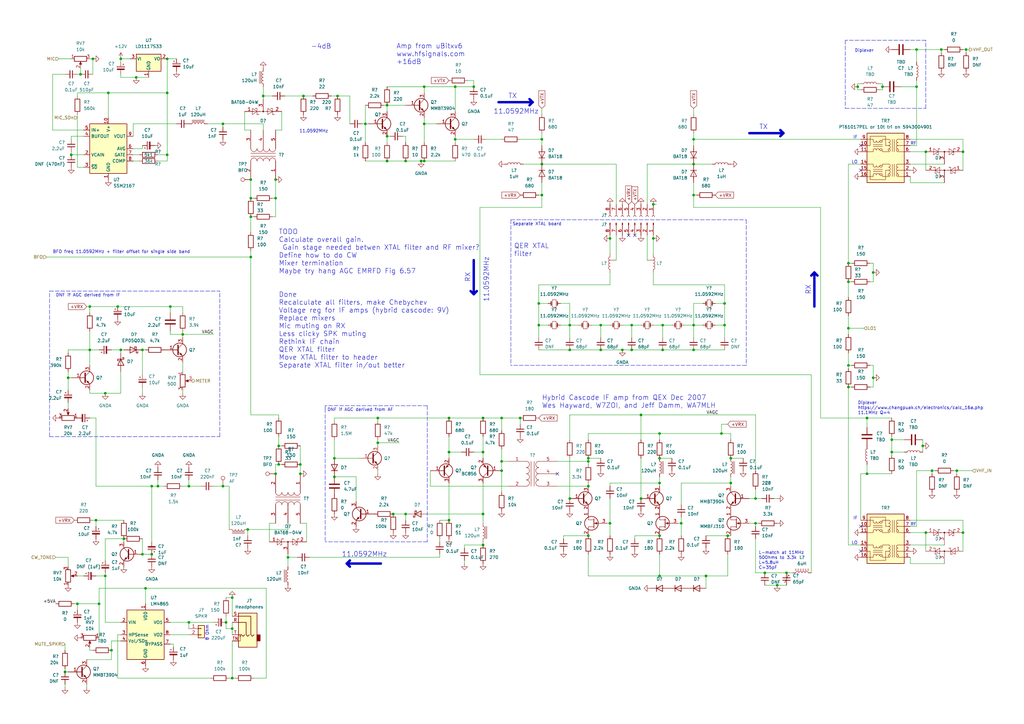
<source format=kicad_sch>
(kicad_sch (version 20211123) (generator eeschema)

  (uuid 0e592cd4-1950-44ef-9727-8e526f4c4e12)

  (paper "A3")

  (title_block
    (title "DART-70 TRX")
    (date "2023-01-22")
    (rev "0")
    (company "HB9EGM")
    (comment 1 "A 4m Band SSB/CW Transceiver")
  )

  

  (junction (at 68.58 24.13) (diameter 0) (color 0 0 0 0)
    (uuid 007433ed-6d80-48ba-9527-0a8470b6050a)
  )
  (junction (at 186.69 57.15) (diameter 0) (color 0 0 0 0)
    (uuid 0079a40d-5664-4eb5-a4a1-35e197c9e578)
  )
  (junction (at 172.72 66.04) (diameter 0) (color 0 0 0 0)
    (uuid 027f19f3-a3d5-4daa-a96e-c5d9a71c1df8)
  )
  (junction (at 158.75 55.88) (diameter 0) (color 0 0 0 0)
    (uuid 02d8bab6-e62a-43d8-ae0a-47eb8be52f66)
  )
  (junction (at 58.42 143.51) (diameter 0) (color 0 0 0 0)
    (uuid 059f4155-bed3-4fb2-9baa-d569f31b7e5d)
  )
  (junction (at 375.92 20.32) (diameter 0) (color 0 0 0 0)
    (uuid 06129627-76da-431c-ac78-8a489cb0761d)
  )
  (junction (at 220.98 124.46) (diameter 0) (color 0 0 0 0)
    (uuid 08e3fbcd-b24c-43b5-a2a5-3ed606084464)
  )
  (junction (at 95.25 245.11) (diameter 0) (color 0 0 0 0)
    (uuid 0964d962-846f-4609-b657-83d8fae25141)
  )
  (junction (at 284.48 143.51) (diameter 0) (color 0 0 0 0)
    (uuid 0e565d2a-00bb-4f20-8e2e-0f824e8d2762)
  )
  (junction (at 241.3 189.23) (diameter 0) (color 0 0 0 0)
    (uuid 0f8367d0-e4ea-40ae-8dac-4e16d60a532f)
  )
  (junction (at 318.77 240.03) (diameter 0) (color 0 0 0 0)
    (uuid 173f5655-a774-48b9-985b-3b9523888334)
  )
  (junction (at 39.37 213.36) (diameter 0) (color 0 0 0 0)
    (uuid 1761eacf-5516-4f80-af22-ca5c2f3d7629)
  )
  (junction (at 173.99 50.8) (diameter 0) (color 0 0 0 0)
    (uuid 17a2367e-a2ff-4b57-83ee-9ab25894ec97)
  )
  (junction (at 68.58 38.1) (diameter 0) (color 0 0 0 0)
    (uuid 18381db9-5d7f-4848-9a07-251ba865a202)
  )
  (junction (at 48.26 125.73) (diameter 0) (color 0 0 0 0)
    (uuid 1843d2c0-629c-44e7-8460-03ced60a2111)
  )
  (junction (at 295.91 177.8) (diameter 0) (color 0 0 0 0)
    (uuid 1a164a1f-45a6-43b7-9b64-349463c23d37)
  )
  (junction (at 166.37 210.82) (diameter 0) (color 0 0 0 0)
    (uuid 1c038126-c738-4381-b698-5c33c4341ae8)
  )
  (junction (at 262.89 204.47) (diameter 0) (color 0 0 0 0)
    (uuid 1de51305-582b-4628-8092-75c3cf54eea0)
  )
  (junction (at 113.03 194.31) (diameter 0) (color 0 0 0 0)
    (uuid 1e5b8adc-bfe4-4d62-8fbb-b09ad198c5b6)
  )
  (junction (at 255.27 143.51) (diameter 0) (color 0 0 0 0)
    (uuid 210630ed-a720-499f-8ec9-3630627e1e05)
  )
  (junction (at 194.31 35.56) (diameter 0) (color 0 0 0 0)
    (uuid 222d63d3-68ff-4a04-b7c3-6efd5c4ab9e1)
  )
  (junction (at 379.73 62.23) (diameter 0) (color 0 0 0 0)
    (uuid 223b72c8-191b-4d26-8e73-2beb56cb0a2b)
  )
  (junction (at 298.45 219.71) (diameter 0) (color 0 0 0 0)
    (uuid 22f086a0-4e36-4832-8e1e-3bdb65f5c3f2)
  )
  (junction (at 233.68 143.51) (diameter 0) (color 0 0 0 0)
    (uuid 24fd922c-d488-4d61-b6dc-9d3e359ccc82)
  )
  (junction (at 299.72 187.96) (diameter 0) (color 0 0 0 0)
    (uuid 2583e10f-d237-4b6a-a35d-cff26f964496)
  )
  (junction (at 44.45 38.1) (diameter 0) (color 0 0 0 0)
    (uuid 2792ed93-89db-4e51-99ff-281323e776eb)
  )
  (junction (at 321.31 -54.61) (diameter 0) (color 0 0 0 0)
    (uuid 29679519-0074-4244-8bb1-857f21221a1a)
  )
  (junction (at 158.75 43.18) (diameter 0) (color 0 0 0 0)
    (uuid 2cd3680a-9e9d-4c97-9125-39c64a75e644)
  )
  (junction (at 270.51 198.12) (diameter 0) (color 0 0 0 0)
    (uuid 2d264e2f-7e31-4a17-86c5-13a68ab3ff7e)
  )
  (junction (at 347.98 149.86) (diameter 0) (color 0 0 0 0)
    (uuid 2fdc7923-56aa-4f0e-b559-e1b2e79c3c8f)
  )
  (junction (at 322.58 234.95) (diameter 0) (color 0 0 0 0)
    (uuid 3083cab8-f38e-44e4-ad6a-7ad5bf540d1f)
  )
  (junction (at 114.3 190.5) (diameter 0) (color 0 0 0 0)
    (uuid 30a877c2-a2d2-45b6-a8fa-8c4567fd5621)
  )
  (junction (at 382.27 193.04) (diameter 0) (color 0 0 0 0)
    (uuid 30dc039a-a902-4295-a2ea-7a00c6153126)
  )
  (junction (at 38.1 24.13) (diameter 0) (color 0 0 0 0)
    (uuid 335263d3-7e35-4a9c-83c2-cd71d45f0688)
  )
  (junction (at 379.73 218.44) (diameter 0) (color 0 0 0 0)
    (uuid 3365c11b-b4a5-418d-85ee-41028926f18a)
  )
  (junction (at 173.99 35.56) (diameter 0) (color 0 0 0 0)
    (uuid 3bd6009a-f48b-4c66-92de-4d24549b4c7d)
  )
  (junction (at 161.29 210.82) (diameter 0) (color 0 0 0 0)
    (uuid 3bf0f30a-4c02-4011-9e56-5268cd9a18bc)
  )
  (junction (at 347.98 158.75) (diameter 0) (color 0 0 0 0)
    (uuid 3c9f1229-c5a6-40fa-b291-e067c833049e)
  )
  (junction (at 198.12 171.45) (diameter 0) (color 0 0 0 0)
    (uuid 3e9deac2-8e86-484c-b76a-a334d0715f66)
  )
  (junction (at 358.14 154.94) (diameter 0) (color 0 0 0 0)
    (uuid 3f6ba890-8616-4e68-b9d0-3d4eacc2e5c7)
  )
  (junction (at 173.99 66.04) (diameter 0) (color 0 0 0 0)
    (uuid 43c88063-044a-47b7-b010-f3fb76152eec)
  )
  (junction (at 378.46 182.88) (diameter 0) (color 0 0 0 0)
    (uuid 446196fa-4af3-4fe1-9348-f02489c61276)
  )
  (junction (at 220.98 133.35) (diameter 0) (color 0 0 0 0)
    (uuid 460147d8-e4b6-4910-88e9-07d1ddd6c2df)
  )
  (junction (at 222.25 57.15) (diameter 0) (color 0 0 0 0)
    (uuid 485f8372-6f58-431e-9419-bfc90ad67732)
  )
  (junction (at 233.68 133.35) (diameter 0) (color 0 0 0 0)
    (uuid 4b982f8b-ca29-4ebf-88fc-8a50b24e0802)
  )
  (junction (at 355.6 171.45) (diameter 0) (color 0 0 0 0)
    (uuid 4d66f653-768b-42cc-91eb-bb19e19eabf7)
  )
  (junction (at 91.44 50.8) (diameter 0) (color 0 0 0 0)
    (uuid 4f100da6-d6f9-4b77-90f1-fda986c2ed73)
  )
  (junction (at 113.03 81.28) (diameter 0) (color 0 0 0 0)
    (uuid 4f661a6f-98d8-4461-9401-113364b1e3a8)
  )
  (junction (at 184.15 213.36) (diameter 0) (color 0 0 0 0)
    (uuid 510aabe6-d19e-45d2-9ee4-74f6d2e6df89)
  )
  (junction (at 347.98 107.95) (diameter 0) (color 0 0 0 0)
    (uuid 51956c3b-fdf2-448c-be75-34acb07271cb)
  )
  (junction (at 267.97 83.82) (diameter 0) (color 0 0 0 0)
    (uuid 5300cbfb-ca56-4130-b674-4fa230974789)
  )
  (junction (at 361.95 35.56) (diameter 0) (color 0 0 0 0)
    (uuid 55c2ac3f-8f3b-4f78-9b14-388c97827d8c)
  )
  (junction (at 45.72 266.7) (diameter 0) (color 0 0 0 0)
    (uuid 583a623a-9287-46cf-a94a-71ec7c67c85f)
  )
  (junction (at 297.18 133.35) (diameter 0) (color 0 0 0 0)
    (uuid 5c4341e3-29f4-4014-ad6b-9b4cb50156a6)
  )
  (junction (at 267.97 97.79) (diameter 0) (color 0 0 0 0)
    (uuid 5d58706a-c013-405c-9112-847886006796)
  )
  (junction (at 284.48 133.35) (diameter 0) (color 0 0 0 0)
    (uuid 5dbda758-e74b-4ccf-ad68-495d537d68ba)
  )
  (junction (at 297.18 124.46) (diameter 0) (color 0 0 0 0)
    (uuid 5fc44bfc-3a32-42f5-89ff-303d655beeb1)
  )
  (junction (at 351.79 35.56) (diameter 0) (color 0 0 0 0)
    (uuid 5fe39347-c8a3-40ce-ace1-a055bc364f38)
  )
  (junction (at 198.12 223.52) (diameter 0) (color 0 0 0 0)
    (uuid 611c0051-64b3-4ff6-b51a-6ea814324060)
  )
  (junction (at 69.85 125.73) (diameter 0) (color 0 0 0 0)
    (uuid 62ed984b-c070-4de1-bd86-30aeb09fb9cd)
  )
  (junction (at 138.43 39.37) (diameter 0) (color 0 0 0 0)
    (uuid 67d87795-1d4f-4f21-9afa-f7da30e8b867)
  )
  (junction (at 102.87 88.9) (diameter 0) (color 0 0 0 0)
    (uuid 6e61ed05-4ce2-4d6e-b300-e8935e213361)
  )
  (junction (at 62.23 227.33) (diameter 0) (color 0 0 0 0)
    (uuid 707b1436-6255-4e74-ac3c-e365f258d4c7)
  )
  (junction (at 270.51 236.22) (diameter 0) (color 0 0 0 0)
    (uuid 711716b4-cb3c-40a8-915f-7a9cd1c1a345)
  )
  (junction (at 284.48 57.15) (diameter 0) (color 0 0 0 0)
    (uuid 782fd8fa-9fb0-44b6-bdfd-23367a676327)
  )
  (junction (at 299.72 198.12) (diameter 0) (color 0 0 0 0)
    (uuid 79aa4561-3272-488a-aacc-d24a783bf3fa)
  )
  (junction (at 347.98 134.62) (diameter 0) (color 0 0 0 0)
    (uuid 88658da7-484b-4fb1-bd87-cf0fe9fbbc98)
  )
  (junction (at 205.74 171.45) (diameter 0) (color 0 0 0 0)
    (uuid 89924c9d-894c-4783-bb98-91fe4fffc426)
  )
  (junction (at 365.76 180.34) (diameter 0) (color 0 0 0 0)
    (uuid 89a0992d-b4b4-4a98-9018-0c3e3ac7c4ed)
  )
  (junction (at 358.14 111.76) (diameter 0) (color 0 0 0 0)
    (uuid 8a030abd-885a-4b15-b74a-b44dc2b6c7d7)
  )
  (junction (at 375.92 35.56) (diameter 0) (color 0 0 0 0)
    (uuid 8a0d9941-07e6-4643-8f6b-bd2fdd5d5ae4)
  )
  (junction (at 92.71 255.27) (diameter 0) (color 0 0 0 0)
    (uuid 8d612602-5cc8-45dd-a943-2a29be4b9ede)
  )
  (junction (at 102.87 81.28) (diameter 0) (color 0 0 0 0)
    (uuid 8edc9989-feda-4190-96e8-8ba0ca953891)
  )
  (junction (at 43.18 236.22) (diameter 0) (color 0 0 0 0)
    (uuid 8f57152a-781e-4e8e-b36c-e81f9a864e3b)
  )
  (junction (at 49.53 24.13) (diameter 0) (color 0 0 0 0)
    (uuid 8fd35ceb-d608-4169-ae56-e892681304a9)
  )
  (junction (at 250.19 214.63) (diameter 0) (color 0 0 0 0)
    (uuid 91049a94-ccf8-463e-ab05-8a76a56be653)
  )
  (junction (at 309.88 214.63) (diameter 0) (color 0 0 0 0)
    (uuid 9134413a-edf3-40ce-9ec2-93a536746842)
  )
  (junction (at 205.74 189.23) (diameter 0) (color 0 0 0 0)
    (uuid 94a7e072-a853-4895-a974-0e863ac9edc2)
  )
  (junction (at 113.03 73.66) (diameter 0) (color 0 0 0 0)
    (uuid 9501ad82-8c5c-4bd6-a4e5-d738b7099508)
  )
  (junction (at 246.38 133.35) (diameter 0) (color 0 0 0 0)
    (uuid 9666bb6a-0c1d-4c92-be6d-94a465ec5c51)
  )
  (junction (at 64.77 199.39) (diameter 0) (color 0 0 0 0)
    (uuid 97e09b83-0572-4634-8ce7-0a86f1339fd8)
  )
  (junction (at 107.95 39.37) (diameter 0) (color 0 0 0 0)
    (uuid 983034d1-18ea-4dac-8753-9630cc5e0592)
  )
  (junction (at 386.08 20.32) (diameter 0) (color 0 0 0 0)
    (uuid 9873db56-1f37-4fe2-98ad-60e4c87af40c)
  )
  (junction (at 95.25 257.81) (diameter 0) (color 0 0 0 0)
    (uuid 98a1742d-cc82-4a66-87b4-845a0462a9e4)
  )
  (junction (at 270.51 177.8) (diameter 0) (color 0 0 0 0)
    (uuid 994aaeb0-a945-4297-8f22-64b15ec2470b)
  )
  (junction (at 284.48 80.01) (diameter 0) (color 0 0 0 0)
    (uuid 99c68e22-79ac-4df3-82ed-69d5274feb54)
  )
  (junction (at 365.76 185.42) (diameter 0) (color 0 0 0 0)
    (uuid 9a438e91-12f1-4003-9587-51635f0ae695)
  )
  (junction (at 222.25 80.01) (diameter 0) (color 0 0 0 0)
    (uuid 9cae7022-94ae-4784-b773-30ffde5822a7)
  )
  (junction (at 102.87 73.66) (diameter 0) (color 0 0 0 0)
    (uuid 9d0f1857-3b05-4e01-b461-94289f64ce4a)
  )
  (junction (at 123.19 194.31) (diameter 0) (color 0 0 0 0)
    (uuid 9d1032f1-04b7-4a45-a406-c5f306a5a4a3)
  )
  (junction (at 347.98 115.57) (diameter 0) (color 0 0 0 0)
    (uuid a4615cb6-40e1-4e6b-aa44-484a7357f4a4)
  )
  (junction (at 198.12 185.42) (diameter 0) (color 0 0 0 0)
    (uuid a4ec02e9-e140-4dcc-958f-47f7624526cb)
  )
  (junction (at 36.83 125.73) (diameter 0) (color 0 0 0 0)
    (uuid a65cad0c-0ef1-4ea5-a965-4eae7ac1f6af)
  )
  (junction (at 31.75 247.65) (diameter 0) (color 0 0 0 0)
    (uuid a69f72c8-ce0f-4293-bf44-c6832495c836)
  )
  (junction (at 77.47 199.39) (diameter 0) (color 0 0 0 0)
    (uuid a7cad282-51c3-4f24-be5e-311c2c5e959b)
  )
  (junction (at 26.67 275.59) (diameter 0) (color 0 0 0 0)
    (uuid a81b6768-8ab7-4398-923e-af4751f24292)
  )
  (junction (at 137.16 195.58) (diameter 0) (color 0 0 0 0)
    (uuid a8675aa5-24f4-4a65-9564-259800e24a61)
  )
  (junction (at 250.19 97.79) (diameter 0) (color 0 0 0 0)
    (uuid aa537d78-628c-458e-8a08-c2dae82aca82)
  )
  (junction (at 158.75 66.04) (diameter 0) (color 0 0 0 0)
    (uuid ab5a5163-9113-4726-bc7a-7e25f5bcb137)
  )
  (junction (at 27.94 154.94) (diameter 0) (color 0 0 0 0)
    (uuid ac0e5582-f44c-4bc2-8ae7-2c3f1115fb00)
  )
  (junction (at 33.02 30.48) (diameter 0) (color 0 0 0 0)
    (uuid ad2d033c-4040-4813-b5da-82cf827f9d86)
  )
  (junction (at 259.08 133.35) (diameter 0) (color 0 0 0 0)
    (uuid ad485fa9-ca4c-467a-b6d9-302ae2ec4eaa)
  )
  (junction (at 91.44 199.39) (diameter 0) (color 0 0 0 0)
    (uuid ae4c18cc-90ed-4d31-b27a-ee22bf49a14e)
  )
  (junction (at 259.08 143.51) (diameter 0) (color 0 0 0 0)
    (uuid aed41e50-066a-4d5d-9b35-33c86a58f817)
  )
  (junction (at 309.88 204.47) (diameter 0) (color 0 0 0 0)
    (uuid b046cbfe-7bd9-4ac8-9c60-a84b90a07076)
  )
  (junction (at 198.12 210.82) (diameter 0) (color 0 0 0 0)
    (uuid b0bd599f-5320-4de4-9844-b1248597f45d)
  )
  (junction (at 59.69 241.3) (diameter 0) (color 0 0 0 0)
    (uuid b2c93e47-1b35-4bce-b217-c95c59af9fea)
  )
  (junction (at 102.87 105.41) (diameter 0) (color 0 0 0 0)
    (uuid b2fc5a98-a9c8-4ffb-bf05-9a95788a6f6e)
  )
  (junction (at 154.94 181.61) (diameter 0) (color 0 0 0 0)
    (uuid b52e2ac1-1ad4-4299-a3b7-5950aeda9b09)
  )
  (junction (at 222.25 67.31) (diameter 0) (color 0 0 0 0)
    (uuid b55942a4-2e67-4c91-a2e2-17d287af1b39)
  )
  (junction (at 58.42 227.33) (diameter 0) (color 0 0 0 0)
    (uuid b67c5032-3958-4f67-8cff-2bc749aa2559)
  )
  (junction (at 68.58 63.5) (diameter 0) (color 0 0 0 0)
    (uuid b6a3e709-356a-4a55-ac00-07ba73afac37)
  )
  (junction (at 313.69 234.95) (diameter 0) (color 0 0 0 0)
    (uuid b7b0b83f-2dad-41a6-8e3b-dd0617021680)
  )
  (junction (at 233.68 204.47) (diameter 0) (color 0 0 0 0)
    (uuid bb8fc86a-138e-468d-a6f3-4d425bea2798)
  )
  (junction (at 241.3 199.39) (diameter 0) (color 0 0 0 0)
    (uuid bcb7b50e-e30b-4748-9ad3-15fd19268fd8)
  )
  (junction (at 270.51 187.96) (diameter 0) (color 0 0 0 0)
    (uuid bdd38f4a-d1f5-49ea-86a0-7074369f7406)
  )
  (junction (at 40.64 247.65) (diameter 0) (color 0 0 0 0)
    (uuid beaa9122-a0f4-4e99-96b3-048878d69672)
  )
  (junction (at 101.6 217.17) (diameter 0) (color 0 0 0 0)
    (uuid bf1cf86a-4cef-455a-b67c-093dbb9970e5)
  )
  (junction (at 95.25 278.13) (diameter 0) (color 0 0 0 0)
    (uuid bff74fb8-2e53-4140-9d30-8bb9b336dda4)
  )
  (junction (at 50.8 220.98) (diameter 0) (color 0 0 0 0)
    (uuid c07980be-125c-4459-be81-f2b8371f5ae2)
  )
  (junction (at 205.74 193.04) (diameter 0) (color 0 0 0 0)
    (uuid c41a688f-80a3-4252-bb37-134631846db3)
  )
  (junction (at 271.78 143.51) (diameter 0) (color 0 0 0 0)
    (uuid c8816f2b-d043-4f02-8988-815e5e7435ee)
  )
  (junction (at 118.11 228.6) (diameter 0) (color 0 0 0 0)
    (uuid c8c4fbfe-4e9c-445d-882a-7f1bac80adc8)
  )
  (junction (at 271.78 133.35) (diameter 0) (color 0 0 0 0)
    (uuid ca2ddb3d-eff7-4148-ac57-d5c14ba8be31)
  )
  (junction (at 55.88 31.75) (diameter 0) (color 0 0 0 0)
    (uuid ca3e4813-ee52-41fc-be54-f33d5d572e76)
  )
  (junction (at 241.3 187.96) (diameter 0) (color 0 0 0 0)
    (uuid cf4a7a0f-4b62-4a14-8810-1f9be9bb8bca)
  )
  (junction (at 246.38 143.51) (diameter 0) (color 0 0 0 0)
    (uuid d3e01bdf-5c14-407f-80a1-1d934fc04fab)
  )
  (junction (at 149.86 50.8) (diameter 0) (color 0 0 0 0)
    (uuid d46cfddd-ae59-45a8-a05e-501b77d91351)
  )
  (junction (at 124.46 39.37) (diameter 0) (color 0 0 0 0)
    (uuid d47b6e93-2883-4b61-9107-b49e482eb126)
  )
  (junction (at 270.51 219.71) (diameter 0) (color 0 0 0 0)
    (uuid d5fa5081-044e-4305-8f5d-d2a56bf86d29)
  )
  (junction (at 77.47 255.27) (diameter 0) (color 0 0 0 0)
    (uuid d6fda246-3399-48cd-8a06-99bbdf8c75e4)
  )
  (junction (at 241.3 219.71) (diameter 0) (color 0 0 0 0)
    (uuid d703d54e-2823-4563-98c8-59d8b8b54fec)
  )
  (junction (at 166.37 66.04) (diameter 0) (color 0 0 0 0)
    (uuid d774c163-0e71-4e59-99e8-33a6c910c00d)
  )
  (junction (at 62.23 199.39) (diameter 0) (color 0 0 0 0)
    (uuid d7d4c350-2318-4a09-b921-0a78963f6666)
  )
  (junction (at 284.48 67.31) (diameter 0) (color 0 0 0 0)
    (uuid d964cb21-9482-4b14-9981-964030a476a5)
  )
  (junction (at 394.97 62.23) (diameter 0) (color 0 0 0 0)
    (uuid daa9b5c5-21a2-4482-b81a-69bb9f749fb7)
  )
  (junction (at 186.69 35.56) (diameter 0) (color 0 0 0 0)
    (uuid dcdfeb28-863e-4a43-ad64-f6e45863b4d7)
  )
  (junction (at 213.36 171.45) (diameter 0) (color 0 0 0 0)
    (uuid ddaaa428-40ee-45ee-a789-6961e25a11bb)
  )
  (junction (at 392.43 193.04) (diameter 0) (color 0 0 0 0)
    (uuid de1eb50d-ef90-4d0d-a112-fc865a422b99)
  )
  (junction (at 289.56 236.22) (diameter 0) (color 0 0 0 0)
    (uuid df231e82-dc0c-49c1-a01b-d2be84591ff3)
  )
  (junction (at 396.24 20.32) (diameter 0) (color 0 0 0 0)
    (uuid e2d27bd1-d4c5-4321-a13b-160cb2d6015d)
  )
  (junction (at 49.53 143.51) (diameter 0) (color 0 0 0 0)
    (uuid e3903eeb-8b72-4b40-a088-cbbba270c01b)
  )
  (junction (at 184.15 171.45) (diameter 0) (color 0 0 0 0)
    (uuid e68e2295-e5ad-41e7-931d-7bf2c40e2981)
  )
  (junction (at 279.4 214.63) (diameter 0) (color 0 0 0 0)
    (uuid e736b041-4756-4726-980f-1b93cf00a2ad)
  )
  (junction (at 74.93 137.16) (diameter 0) (color 0 0 0 0)
    (uuid e8558fbd-ea42-43a6-966a-7bd304bdfaad)
  )
  (junction (at 36.83 143.51) (diameter 0) (color 0 0 0 0)
    (uuid eac540a2-0555-4530-b9cb-9b037a65c0a7)
  )
  (junction (at 114.3 182.88) (diameter 0) (color 0 0 0 0)
    (uuid eb3c65f0-3082-4c13-98c1-cac8dc7eccac)
  )
  (junction (at 137.16 187.96) (diameter 0) (color 0 0 0 0)
    (uuid ecba702e-9fb5-4bd7-9b08-5197492ec54b)
  )
  (junction (at 394.97 218.44) (diameter 0) (color 0 0 0 0)
    (uuid efac21da-3f93-4ae4-bab8-dbdec293c35e)
  )
  (junction (at 43.18 161.29) (diameter 0) (color 0 0 0 0)
    (uuid f0f3907b-44e3-4106-9f24-d8ce836b6bb0)
  )
  (junction (at 154.94 171.45) (diameter 0) (color 0 0 0 0)
    (uuid f1a9e2a2-6347-4852-b335-cf8402c433a4)
  )
  (junction (at 318.77 -83.82) (diameter 0) (color 0 0 0 0)
    (uuid f3285ed9-855d-4b3c-9145-ed9dbda7a1d9)
  )
  (junction (at 355.6 194.31) (diameter 0) (color 0 0 0 0)
    (uuid f76d6092-db53-4b09-9f52-125a6f3746af)
  )
  (junction (at 306.07 -54.61) (diameter 0) (color 0 0 0 0)
    (uuid f9728ce1-58db-4b51-bb92-9b665142c745)
  )
  (junction (at 184.15 185.42) (diameter 0) (color 0 0 0 0)
    (uuid fb5d1a59-18d1-49ea-b504-10e76cce8897)
  )
  (junction (at 123.19 190.5) (diameter 0) (color 0 0 0 0)
    (uuid fbe71f6a-7e5a-41f1-9e6e-b2e94d49a3bc)
  )
  (junction (at 29.21 63.5) (diameter 0) (color 0 0 0 0)
    (uuid fe2b05f5-675b-44d0-956c-c5829b7c692a)
  )
  (junction (at 262.89 170.18) (diameter 0) (color 0 0 0 0)
    (uuid fe2ce942-d4c5-4b3f-a09e-cda9276450f6)
  )

  (no_connect (at 353.06 226.06) (uuid 112718f1-f222-4c50-a4f0-a42dabd066b7))
  (no_connect (at 257.81 96.52) (uuid 2b99a1e6-5f67-436f-9ed5-38e8bfd4c142))
  (no_connect (at 353.06 69.85) (uuid 36cd8509-4b06-4001-aa2f-00b548cb4477))
  (no_connect (at 353.06 59.69) (uuid 6226f2ac-b9bf-4733-a388-cd49aa6934ae))
  (no_connect (at 353.06 215.9) (uuid 69a2fbd1-0689-4722-b099-d7d4b3a2c805))
  (no_connect (at 228.6 194.31) (uuid afdb3662-3196-4d9d-b0e8-7f416bb5cd4f))
  (no_connect (at 260.35 96.52) (uuid ee08a6c2-528a-478b-9089-08fe9a37ec7e))

  (wire (pts (xy 358.14 107.95) (xy 358.14 111.76))
    (stroke (width 0) (type default) (color 0 0 0 0))
    (uuid 006436ec-9ab2-4589-83be-4667e52db3bf)
  )
  (wire (pts (xy 205.74 171.45) (xy 205.74 176.53))
    (stroke (width 0) (type default) (color 0 0 0 0))
    (uuid 00c27d59-c437-4bee-9cde-cbd48a34e31b)
  )
  (wire (pts (xy 87.63 199.39) (xy 91.44 199.39))
    (stroke (width 0) (type default) (color 0 0 0 0))
    (uuid 0113fe75-9787-49bd-865f-03242ce2a366)
  )
  (wire (pts (xy 222.25 57.15) (xy 222.25 54.61))
    (stroke (width 0) (type default) (color 0 0 0 0))
    (uuid 0125f083-fa2b-4a11-85be-7853b609b001)
  )
  (wire (pts (xy 68.58 66.04) (xy 64.77 66.04))
    (stroke (width 0) (type default) (color 0 0 0 0))
    (uuid 01caafb3-af8a-4642-870c-c290b286d040)
  )
  (wire (pts (xy 222.25 74.93) (xy 222.25 80.01))
    (stroke (width 0) (type default) (color 0 0 0 0))
    (uuid 01cceb30-c85f-4510-b324-8d17341fc730)
  )
  (wire (pts (xy 166.37 43.18) (xy 158.75 43.18))
    (stroke (width 0) (type default) (color 0 0 0 0))
    (uuid 01f0181c-303d-46c7-ba34-20eee1c48cd1)
  )
  (wire (pts (xy 173.99 50.8) (xy 179.07 50.8))
    (stroke (width 0) (type default) (color 0 0 0 0))
    (uuid 0222c276-ce98-44cf-9ac7-d0d00163570d)
  )
  (wire (pts (xy 190.5 231.14) (xy 190.5 229.87))
    (stroke (width 0) (type default) (color 0 0 0 0))
    (uuid 027fc545-8a42-4646-8424-467711418116)
  )
  (wire (pts (xy 114.3 170.18) (xy 114.3 171.45))
    (stroke (width 0) (type default) (color 0 0 0 0))
    (uuid 0332aa97-cadc-4e7a-b8af-ca59e255597d)
  )
  (wire (pts (xy 173.99 66.04) (xy 186.69 66.04))
    (stroke (width 0) (type default) (color 0 0 0 0))
    (uuid 035d062f-f875-4853-8ca1-a348c3967bb1)
  )
  (wire (pts (xy 113.03 214.63) (xy 110.49 214.63))
    (stroke (width 0) (type default) (color 0 0 0 0))
    (uuid 03b7756f-0559-43eb-b24d-3aefa5a15899)
  )
  (wire (pts (xy 394.97 20.32) (xy 396.24 20.32))
    (stroke (width 0) (type default) (color 0 0 0 0))
    (uuid 03ce6745-00b2-4d2b-bad7-eb9745172859)
  )
  (wire (pts (xy 166.37 210.82) (xy 161.29 210.82))
    (stroke (width 0) (type default) (color 0 0 0 0))
    (uuid 03dd13e2-d89f-47ed-8a2f-ce75e7a97ef3)
  )
  (wire (pts (xy 284.48 133.35) (xy 288.29 133.35))
    (stroke (width 0) (type default) (color 0 0 0 0))
    (uuid 042fe62b-53aa-4e86-97d0-9ccb1e16a895)
  )
  (wire (pts (xy 375.92 193.04) (xy 382.27 193.04))
    (stroke (width 0) (type default) (color 0 0 0 0))
    (uuid 0437af13-5b81-4e18-82d5-0ec28c5d895f)
  )
  (wire (pts (xy 373.38 74.93) (xy 373.38 72.39))
    (stroke (width 0) (type default) (color 0 0 0 0))
    (uuid 047a18ce-9e77-4d7d-a9ce-60b21f671177)
  )
  (wire (pts (xy 31.75 68.58) (xy 34.29 68.58))
    (stroke (width 0) (type default) (color 0 0 0 0))
    (uuid 04868f85-bc69-4fa9-8e62-d78ffe5ae58e)
  )
  (wire (pts (xy 38.1 266.7) (xy 36.83 266.7))
    (stroke (width 0) (type default) (color 0 0 0 0))
    (uuid 049bc167-7861-4f83-a9e9-3c707dd00017)
  )
  (wire (pts (xy 396.24 20.32) (xy 397.51 20.32))
    (stroke (width 0) (type default) (color 0 0 0 0))
    (uuid 04ef368b-f4e9-48da-956c-ee93cb3d01e8)
  )
  (wire (pts (xy 241.3 227.33) (xy 241.3 236.22))
    (stroke (width 0) (type default) (color 0 0 0 0))
    (uuid 066671d9-1fdf-4a05-a7e7-cadb7d44b89f)
  )
  (wire (pts (xy 229.87 124.46) (xy 233.68 124.46))
    (stroke (width 0) (type default) (color 0 0 0 0))
    (uuid 082d865b-0a4e-49c3-b18b-be47fd4a465a)
  )
  (wire (pts (xy 382.27 193.04) (xy 383.54 193.04))
    (stroke (width 0) (type default) (color 0 0 0 0))
    (uuid 0830aef1-c986-42f8-ba6a-a3fcacbf0210)
  )
  (wire (pts (xy 309.88 234.95) (xy 309.88 220.98))
    (stroke (width 0) (type default) (color 0 0 0 0))
    (uuid 08c8f1b4-737d-438b-967e-a77cce3833c0)
  )
  (wire (pts (xy 58.42 143.51) (xy 58.42 153.67))
    (stroke (width 0) (type default) (color 0 0 0 0))
    (uuid 09321bf4-1ea1-49b5-b1f9-ac29d6606a74)
  )
  (wire (pts (xy 173.99 35.56) (xy 186.69 35.56))
    (stroke (width 0) (type default) (color 0 0 0 0))
    (uuid 0943dfff-08fd-4176-a97a-8e271f47b148)
  )
  (wire (pts (xy 347.98 134.62) (xy 347.98 129.54))
    (stroke (width 0) (type default) (color 0 0 0 0))
    (uuid 09aa0d32-f4dc-42fd-a756-e1229737bd34)
  )
  (wire (pts (xy 361.95 35.56) (xy 361.95 34.29))
    (stroke (width 0) (type default) (color 0 0 0 0))
    (uuid 09f01836-52b7-4cc9-b245-1b1e36d31834)
  )
  (wire (pts (xy 289.56 236.22) (xy 289.56 241.3))
    (stroke (width 0) (type default) (color 0 0 0 0))
    (uuid 0a0c053c-54e0-4f14-b909-036d0c5fbf08)
  )
  (wire (pts (xy 158.75 43.18) (xy 158.75 45.72))
    (stroke (width 0) (type default) (color 0 0 0 0))
    (uuid 0a80373e-7854-41a7-8441-30fd81967887)
  )
  (wire (pts (xy 284.48 74.93) (xy 284.48 80.01))
    (stroke (width 0) (type default) (color 0 0 0 0))
    (uuid 0a9f993d-d83a-4cdc-bae3-0f40dd545220)
  )
  (wire (pts (xy 279.4 198.12) (xy 299.72 198.12))
    (stroke (width 0) (type default) (color 0 0 0 0))
    (uuid 0b5e9f79-a50b-4078-b2be-eff1d45ab7fc)
  )
  (wire (pts (xy 222.25 80.01) (xy 222.25 85.09))
    (stroke (width 0) (type default) (color 0 0 0 0))
    (uuid 0c3bb475-57a3-4465-801b-1823c9a733cc)
  )
  (wire (pts (xy 309.88 234.95) (xy 313.69 234.95))
    (stroke (width 0) (type default) (color 0 0 0 0))
    (uuid 0dc79dd3-c584-4173-b914-e6a8bcd18e45)
  )
  (wire (pts (xy 36.83 135.89) (xy 36.83 143.51))
    (stroke (width 0) (type default) (color 0 0 0 0))
    (uuid 0e1c6bbc-4cc4-4ce9-b48a-8292bb286da8)
  )
  (wire (pts (xy 267.97 97.79) (xy 267.97 96.52))
    (stroke (width 0) (type default) (color 0 0 0 0))
    (uuid 0f4b5c7f-79aa-4c46-b222-58e7e288b195)
  )
  (wire (pts (xy 33.02 27.94) (xy 33.02 30.48))
    (stroke (width 0) (type default) (color 0 0 0 0))
    (uuid 100847e3-630c-4c13-ba45-180e92370805)
  )
  (wire (pts (xy 313.69 -36.83) (xy 327.66 -36.83))
    (stroke (width 0) (type default) (color 0 0 0 0))
    (uuid 10bd27b2-1d07-444a-9776-fc259e0db345)
  )
  (wire (pts (xy 166.37 66.04) (xy 172.72 66.04))
    (stroke (width 0) (type default) (color 0 0 0 0))
    (uuid 11ac1ac8-72b6-43ed-915e-50f87561daf8)
  )
  (wire (pts (xy 107.95 50.8) (xy 91.44 50.8))
    (stroke (width 0) (type default) (color 0 0 0 0))
    (uuid 12340fb8-cd9c-4069-beec-13d4d2ea0d99)
  )
  (wire (pts (xy 361.95 36.83) (xy 361.95 35.56))
    (stroke (width 0) (type default) (color 0 0 0 0))
    (uuid 127f70da-b001-4621-a4ee-78ee7182bcde)
  )
  (polyline (pts (xy 307.34 54.61) (xy 321.31 54.61))
    (stroke (width 1) (type solid) (color 0 0 0 0))
    (uuid 1281d63b-9c8c-4454-9b2d-0bbbc27e2ae7)
  )

  (wire (pts (xy 347.98 67.31) (xy 347.98 107.95))
    (stroke (width 0) (type default) (color 0 0 0 0))
    (uuid 12a6c47a-7412-4804-9a23-fab5a3f774ce)
  )
  (wire (pts (xy 44.45 38.1) (xy 68.58 38.1))
    (stroke (width 0) (type default) (color 0 0 0 0))
    (uuid 12e17856-cd8c-41a8-bb2e-9faca10b0973)
  )
  (wire (pts (xy 43.18 234.95) (xy 43.18 236.22))
    (stroke (width 0) (type default) (color 0 0 0 0))
    (uuid 15e1025c-faeb-49ff-aaa3-6ba9acaabd98)
  )
  (wire (pts (xy 137.16 172.72) (xy 137.16 171.45))
    (stroke (width 0) (type default) (color 0 0 0 0))
    (uuid 1606d99f-0508-4f2e-b63b-47e62c4312ee)
  )
  (wire (pts (xy 386.08 21.59) (xy 386.08 20.32))
    (stroke (width 0) (type default) (color 0 0 0 0))
    (uuid 16070e3c-2cc9-4d09-bef3-8ceccb63947e)
  )
  (wire (pts (xy 36.83 125.73) (xy 36.83 128.27))
    (stroke (width 0) (type default) (color 0 0 0 0))
    (uuid 16aa2316-1a67-45e5-b6c4-e59dd85814f4)
  )
  (wire (pts (xy 115.57 182.88) (xy 114.3 182.88))
    (stroke (width 0) (type default) (color 0 0 0 0))
    (uuid 17c93850-5ebd-4f0d-b8eb-52bf14b01af4)
  )
  (wire (pts (xy 186.69 35.56) (xy 194.31 35.56))
    (stroke (width 0) (type default) (color 0 0 0 0))
    (uuid 18723066-b973-43bf-8bbf-4c210121a928)
  )
  (wire (pts (xy 378.46 180.34) (xy 378.46 182.88))
    (stroke (width 0) (type default) (color 0 0 0 0))
    (uuid 19028db1-670b-4d84-9d20-5aa2f8585dd7)
  )
  (wire (pts (xy 186.69 57.15) (xy 194.31 57.15))
    (stroke (width 0) (type default) (color 0 0 0 0))
    (uuid 19a56892-f9d5-4508-ab75-59721c555275)
  )
  (wire (pts (xy 26.67 281.94) (xy 26.67 280.67))
    (stroke (width 0) (type default) (color 0 0 0 0))
    (uuid 1a85ffd6-ef8b-418f-990e-456d1ffab00e)
  )
  (wire (pts (xy 146.05 195.58) (xy 146.05 205.74))
    (stroke (width 0) (type default) (color 0 0 0 0))
    (uuid 1a9613ab-fb34-4a02-8365-aadaa421dfaf)
  )
  (wire (pts (xy 27.94 143.51) (xy 36.83 143.51))
    (stroke (width 0) (type default) (color 0 0 0 0))
    (uuid 1a9f0d73-6986-450b-8da5-dca8d718cd0d)
  )
  (wire (pts (xy 284.48 143.51) (xy 297.18 143.51))
    (stroke (width 0) (type default) (color 0 0 0 0))
    (uuid 1d8cbdb8-b0d5-4f06-84c8-05770b7e9555)
  )
  (wire (pts (xy 222.25 59.69) (xy 222.25 57.15))
    (stroke (width 0) (type default) (color 0 0 0 0))
    (uuid 1dbe419a-f71e-4ab5-9a49-e58e75747fdf)
  )
  (wire (pts (xy 118.11 217.17) (xy 101.6 217.17))
    (stroke (width 0) (type default) (color 0 0 0 0))
    (uuid 1dc9a7fa-415c-4243-97fb-46b0d627e89d)
  )
  (wire (pts (xy 137.16 171.45) (xy 154.94 171.45))
    (stroke (width 0) (type default) (color 0 0 0 0))
    (uuid 1ddbded3-4d65-49ba-8123-18c72e4b7f4a)
  )
  (wire (pts (xy 365.76 185.42) (xy 365.76 186.69))
    (stroke (width 0) (type default) (color 0 0 0 0))
    (uuid 1e2c0cdd-08a6-4586-b370-3ffc74205845)
  )
  (wire (pts (xy 158.75 66.04) (xy 166.37 66.04))
    (stroke (width 0) (type default) (color 0 0 0 0))
    (uuid 1f1052c4-d15a-450f-8bb0-3cc3f3592607)
  )
  (wire (pts (xy 250.19 204.47) (xy 250.19 214.63))
    (stroke (width 0) (type default) (color 0 0 0 0))
    (uuid 1f1c22b1-15a3-4e28-88a5-25ba2fbef197)
  )
  (wire (pts (xy 233.68 124.46) (xy 233.68 133.35))
    (stroke (width 0) (type default) (color 0 0 0 0))
    (uuid 1fd73780-e017-4e2c-9674-56cb6f09dc2d)
  )
  (wire (pts (xy 267.97 116.84) (xy 297.18 116.84))
    (stroke (width 0) (type default) (color 0 0 0 0))
    (uuid 2163a967-be2d-4344-a94d-f1b8da3dc3a3)
  )
  (wire (pts (xy 394.97 57.15) (xy 394.97 62.23))
    (stroke (width 0) (type default) (color 0 0 0 0))
    (uuid 2171e051-2b1c-4df3-9987-bb0d428437aa)
  )
  (wire (pts (xy 53.34 24.13) (xy 49.53 24.13))
    (stroke (width 0) (type default) (color 0 0 0 0))
    (uuid 219ed590-c887-4a37-b8cf-2c9225c6d07e)
  )
  (wire (pts (xy 69.85 135.89) (xy 69.85 137.16))
    (stroke (width 0) (type default) (color 0 0 0 0))
    (uuid 22591446-6d82-47ac-b525-9e9deb496c8c)
  )
  (wire (pts (xy 26.67 264.16) (xy 26.67 266.7))
    (stroke (width 0) (type default) (color 0 0 0 0))
    (uuid 226f524c-89b4-46ed-86fd-c8ea41059fd4)
  )
  (wire (pts (xy 137.16 180.34) (xy 137.16 187.96))
    (stroke (width 0) (type default) (color 0 0 0 0))
    (uuid 231e5ae4-1791-4485-9a32-a64456488009)
  )
  (wire (pts (xy 111.76 88.9) (xy 113.03 88.9))
    (stroke (width 0) (type default) (color 0 0 0 0))
    (uuid 233c88a4-9a5e-42af-96fb-5079a0c4ddfe)
  )
  (wire (pts (xy 318.77 -63.5) (xy 321.31 -63.5))
    (stroke (width 0) (type default) (color 0 0 0 0))
    (uuid 24e4c8b7-7963-4a14-b3e0-4b86218811d3)
  )
  (wire (pts (xy 241.3 189.23) (xy 241.3 187.96))
    (stroke (width 0) (type default) (color 0 0 0 0))
    (uuid 25347fbb-8744-4d15-9949-de9866144f81)
  )
  (wire (pts (xy 270.51 177.8) (xy 241.3 177.8))
    (stroke (width 0) (type default) (color 0 0 0 0))
    (uuid 2556849b-244d-40cf-86de-101d00a3273d)
  )
  (wire (pts (xy 275.59 187.96) (xy 270.51 187.96))
    (stroke (width 0) (type default) (color 0 0 0 0))
    (uuid 25b40549-5004-4a9f-8c83-45a4561f2c44)
  )
  (wire (pts (xy 313.69 -34.29) (xy 313.69 -36.83))
    (stroke (width 0) (type default) (color 0 0 0 0))
    (uuid 261eb6dc-d5dd-4e47-8bce-04c77069621a)
  )
  (wire (pts (xy 39.37 213.36) (xy 50.8 213.36))
    (stroke (width 0) (type default) (color 0 0 0 0))
    (uuid 268a679e-e023-47f5-8a31-2516b1c23479)
  )
  (wire (pts (xy 214.63 67.31) (xy 222.25 67.31))
    (stroke (width 0) (type default) (color 0 0 0 0))
    (uuid 275568d0-09db-49c2-9144-c338cf90d66a)
  )
  (wire (pts (xy 295.91 173.99) (xy 295.91 177.8))
    (stroke (width 0) (type default) (color 0 0 0 0))
    (uuid 27937394-9bb7-48f6-a154-02c32eca1c67)
  )
  (wire (pts (xy 198.12 198.12) (xy 198.12 210.82))
    (stroke (width 0) (type default) (color 0 0 0 0))
    (uuid 287f053d-d517-4f77-a833-8d255e7a9f3f)
  )
  (wire (pts (xy 31.75 247.65) (xy 40.64 247.65))
    (stroke (width 0) (type default) (color 0 0 0 0))
    (uuid 29b8b23a-e7ee-4dc9-92e7-c3cadb119379)
  )
  (wire (pts (xy 205.74 189.23) (xy 205.74 193.04))
    (stroke (width 0) (type default) (color 0 0 0 0))
    (uuid 2a63233b-a7a2-4c59-82c8-58a12efecada)
  )
  (wire (pts (xy 250.19 214.63) (xy 248.92 214.63))
    (stroke (width 0) (type default) (color 0 0 0 0))
    (uuid 2afd810b-02fc-4ddc-b23c-b8689ad0ab1d)
  )
  (wire (pts (xy 34.29 55.88) (xy 29.21 55.88))
    (stroke (width 0) (type default) (color 0 0 0 0))
    (uuid 2b878984-ad62-40d5-87be-d30f465ae2b3)
  )
  (wire (pts (xy 74.93 152.4) (xy 74.93 148.59))
    (stroke (width 0) (type default) (color 0 0 0 0))
    (uuid 2b894b8a-c098-4d9d-be0f-2ef41dea274e)
  )
  (wire (pts (xy 288.29 124.46) (xy 284.48 124.46))
    (stroke (width 0) (type default) (color 0 0 0 0))
    (uuid 2ba6a5e2-be81-4fda-a558-a7c1489b8584)
  )
  (wire (pts (xy 250.19 97.79) (xy 250.19 104.14))
    (stroke (width 0) (type default) (color 0 0 0 0))
    (uuid 2bb91631-ebd1-41f4-8f02-7d20cea9a1ea)
  )
  (wire (pts (xy 118.11 228.6) (xy 118.11 227.33))
    (stroke (width 0) (type default) (color 0 0 0 0))
    (uuid 2bc9d2d9-93de-4c12-bc6b-86b8c29f0aa6)
  )
  (wire (pts (xy 128.27 39.37) (xy 124.46 39.37))
    (stroke (width 0) (type default) (color 0 0 0 0))
    (uuid 2e63a8de-ed51-4777-8337-472b5b4f8240)
  )
  (wire (pts (xy 297.18 138.43) (xy 297.18 133.35))
    (stroke (width 0) (type default) (color 0 0 0 0))
    (uuid 2e6b1f7e-e4c3-43a1-ae90-c85aa40696d5)
  )
  (wire (pts (xy 280.67 133.35) (xy 284.48 133.35))
    (stroke (width 0) (type default) (color 0 0 0 0))
    (uuid 2ec9be40-1d5a-4e2d-8a4d-4be2d3c079d5)
  )
  (wire (pts (xy 306.07 -54.61) (xy 306.07 -63.5))
    (stroke (width 0) (type default) (color 0 0 0 0))
    (uuid 306c58e8-628e-47f3-98f7-56966b54150f)
  )
  (wire (pts (xy 125.73 214.63) (xy 123.19 214.63))
    (stroke (width 0) (type default) (color 0 0 0 0))
    (uuid 307b7b86-dfcd-43e5-adae-a42ec65f9c2c)
  )
  (wire (pts (xy 241.3 190.5) (xy 241.3 189.23))
    (stroke (width 0) (type default) (color 0 0 0 0))
    (uuid 31405bcc-b3b5-4799-beda-e88762b1ff65)
  )
  (wire (pts (xy 241.3 236.22) (xy 270.51 236.22))
    (stroke (width 0) (type default) (color 0 0 0 0))
    (uuid 314a73cd-4340-4691-9097-14e559730536)
  )
  (wire (pts (xy 233.68 170.18) (xy 233.68 180.34))
    (stroke (width 0) (type default) (color 0 0 0 0))
    (uuid 3276e29e-f986-4a1b-866c-9d3cbd2e5d3d)
  )
  (wire (pts (xy 186.69 45.72) (xy 186.69 35.56))
    (stroke (width 0) (type default) (color 0 0 0 0))
    (uuid 32d50c10-a20b-414f-afaf-7821cceaf33a)
  )
  (wire (pts (xy 26.67 274.32) (xy 26.67 275.59))
    (stroke (width 0) (type default) (color 0 0 0 0))
    (uuid 33891c62-a79f-4243-b776-6be292690ac3)
  )
  (wire (pts (xy 26.67 30.48) (xy 21.59 30.48))
    (stroke (width 0) (type default) (color 0 0 0 0))
    (uuid 33b48673-c959-4510-b6fa-fd3f7bdb00fd)
  )
  (wire (pts (xy 64.77 63.5) (xy 68.58 63.5))
    (stroke (width 0) (type default) (color 0 0 0 0))
    (uuid 33b6dbe8-d555-4f35-a63c-27c75fa09ca7)
  )
  (wire (pts (xy 118.11 214.63) (xy 118.11 217.17))
    (stroke (width 0) (type default) (color 0 0 0 0))
    (uuid 33b8f01e-acf2-48c5-adde-e838f3dfad6d)
  )
  (wire (pts (xy 172.72 66.04) (xy 173.99 66.04))
    (stroke (width 0) (type default) (color 0 0 0 0))
    (uuid 341e0f4b-92fa-44cf-9e72-3a5fc025563e)
  )
  (wire (pts (xy 373.38 231.14) (xy 373.38 228.6))
    (stroke (width 0) (type default) (color 0 0 0 0))
    (uuid 34971b89-a71c-4b1e-9611-7fffde0ef9c4)
  )
  (wire (pts (xy 233.68 138.43) (xy 233.68 133.35))
    (stroke (width 0) (type default) (color 0 0 0 0))
    (uuid 35343f32-90ff-4059-a108-111fb444c3d2)
  )
  (wire (pts (xy 349.25 158.75) (xy 347.98 158.75))
    (stroke (width 0) (type default) (color 0 0 0 0))
    (uuid 3586fadc-dfb0-445d-9e9e-609ee49ba8a3)
  )
  (wire (pts (xy 355.6 194.31) (xy 365.76 194.31))
    (stroke (width 0) (type default) (color 0 0 0 0))
    (uuid 35dbe510-347f-4115-945a-275dbc9544a8)
  )
  (wire (pts (xy 27.94 160.02) (xy 27.94 154.94))
    (stroke (width 0) (type default) (color 0 0 0 0))
    (uuid 35e60fa0-27cf-4d0e-8bab-b364400c08c0)
  )
  (wire (pts (xy 123.19 194.31) (xy 123.19 190.5))
    (stroke (width 0) (type default) (color 0 0 0 0))
    (uuid 362da67e-2cbf-4626-b5c1-6c5ba9fb75f9)
  )
  (wire (pts (xy 208.28 189.23) (xy 205.74 189.23))
    (stroke (width 0) (type default) (color 0 0 0 0))
    (uuid 364f7692-8fd2-4996-8f00-fec21fff2827)
  )
  (wire (pts (xy 297.18 133.35) (xy 293.37 133.35))
    (stroke (width 0) (type default) (color 0 0 0 0))
    (uuid 36696ac6-2db1-4b52-ae3d-9f3c89d2042f)
  )
  (wire (pts (xy 332.74 153.67) (xy 196.85 153.67))
    (stroke (width 0) (type default) (color 0 0 0 0))
    (uuid 369c2242-d22f-4370-b888-6adc5e444aec)
  )
  (wire (pts (xy 43.18 220.98) (xy 50.8 220.98))
    (stroke (width 0) (type default) (color 0 0 0 0))
    (uuid 37776474-3e55-452d-b61d-56f6c437c0b7)
  )
  (wire (pts (xy 370.84 185.42) (xy 365.76 185.42))
    (stroke (width 0) (type default) (color 0 0 0 0))
    (uuid 37c4ff09-2526-492b-a9f8-7ea7ff67af23)
  )
  (wire (pts (xy 104.14 278.13) (xy 109.22 278.13))
    (stroke (width 0) (type default) (color 0 0 0 0))
    (uuid 37f9ff9e-4ac0-495a-8616-d843451c132e)
  )
  (polyline (pts (xy 20.32 179.07) (xy 20.32 119.38))
    (stroke (width 0) (type default) (color 0 0 0 0))
    (uuid 38a62d51-e863-4b0e-8f07-7e1cafdb4037)
  )

  (wire (pts (xy 45.72 266.7) (xy 45.72 270.51))
    (stroke (width 0) (type default) (color 0 0 0 0))
    (uuid 38adb82f-7c90-4f5f-b4d7-ca79b45cc898)
  )
  (wire (pts (xy 49.53 260.35) (xy 48.26 260.35))
    (stroke (width 0) (type default) (color 0 0 0 0))
    (uuid 38d04039-5d82-48aa-b8b9-bc35b46616f0)
  )
  (wire (pts (xy 198.12 210.82) (xy 175.26 210.82))
    (stroke (width 0) (type default) (color 0 0 0 0))
    (uuid 393131ec-a9a2-4b13-8fa7-5bb85d9e7338)
  )
  (wire (pts (xy 220.98 116.84) (xy 220.98 124.46))
    (stroke (width 0) (type default) (color 0 0 0 0))
    (uuid 3a274653-eff3-4ffe-9be8-2bfd0950af0a)
  )
  (polyline (pts (xy 194.31 120.65) (xy 195.58 119.38))
    (stroke (width 1) (type solid) (color 0 0 0 0))
    (uuid 3a303245-2826-476f-837a-6c776ac8eec5)
  )
  (polyline (pts (xy 334.01 111.76) (xy 335.28 113.03))
    (stroke (width 1) (type default) (color 0 0 0 0))
    (uuid 3ae1ad84-1d31-4d2b-b989-ca9af6058aea)
  )

  (wire (pts (xy 259.08 133.35) (xy 262.89 133.35))
    (stroke (width 0) (type default) (color 0 0 0 0))
    (uuid 3c11bba2-1b60-442e-87b9-29fc89c74881)
  )
  (wire (pts (xy 318.77 204.47) (xy 317.5 204.47))
    (stroke (width 0) (type default) (color 0 0 0 0))
    (uuid 3ccaef01-74e6-4115-959d-fbd093047018)
  )
  (wire (pts (xy 85.09 50.8) (xy 91.44 50.8))
    (stroke (width 0) (type default) (color 0 0 0 0))
    (uuid 3d0f8577-6ffa-41a9-8b25-878e6e828efa)
  )
  (wire (pts (xy 213.36 173.99) (xy 213.36 171.45))
    (stroke (width 0) (type default) (color 0 0 0 0))
    (uuid 3d84257e-dfac-4e83-ad7d-92150f9df1d8)
  )
  (wire (pts (xy 39.37 199.39) (xy 62.23 199.39))
    (stroke (width 0) (type default) (color 0 0 0 0))
    (uuid 3dac0765-17a2-43b9-bab1-cc5f50ce960f)
  )
  (wire (pts (xy 158.75 55.88) (xy 158.75 58.42))
    (stroke (width 0) (type default) (color 0 0 0 0))
    (uuid 3e47bf3b-545f-417b-95f8-0ce48a2e696b)
  )
  (wire (pts (xy 45.72 143.51) (xy 49.53 143.51))
    (stroke (width 0) (type default) (color 0 0 0 0))
    (uuid 3f206607-332e-4c96-8963-5302804f476f)
  )
  (wire (pts (xy 189.23 185.42) (xy 184.15 185.42))
    (stroke (width 0) (type default) (color 0 0 0 0))
    (uuid 3f2a51a5-354e-4662-86fe-5462c2bd8d58)
  )
  (wire (pts (xy 358.14 149.86) (xy 358.14 154.94))
    (stroke (width 0) (type default) (color 0 0 0 0))
    (uuid 3f89e29b-9d8f-481a-a517-85ca9e00b6c5)
  )
  (wire (pts (xy 31.75 46.99) (xy 31.75 68.58))
    (stroke (width 0) (type default) (color 0 0 0 0))
    (uuid 4102ae0e-3d75-40cd-957b-0b4db5d3f5ee)
  )
  (wire (pts (xy 74.93 161.29) (xy 74.93 160.02))
    (stroke (width 0) (type default) (color 0 0 0 0))
    (uuid 4116bfc2-eab3-4c29-a983-44eacd9f10f5)
  )
  (polyline (pts (xy 194.31 120.65) (xy 193.04 119.38))
    (stroke (width 1) (type default) (color 0 0 0 0))
    (uuid 4163deab-1cd6-41dd-a3a6-4003a316c140)
  )

  (wire (pts (xy 308.61 -13.97) (xy 298.45 -13.97))
    (stroke (width 0) (type default) (color 0 0 0 0))
    (uuid 418baf25-2131-4704-af70-d4ecbb8bbba9)
  )
  (wire (pts (xy 49.53 161.29) (xy 43.18 161.29))
    (stroke (width 0) (type default) (color 0 0 0 0))
    (uuid 4208e41d-1d0a-40b9-bf94-fcbeb6562f9d)
  )
  (wire (pts (xy 241.3 198.12) (xy 241.3 199.39))
    (stroke (width 0) (type default) (color 0 0 0 0))
    (uuid 421e1cc2-36a4-4dea-b009-97c228e970dc)
  )
  (wire (pts (xy 270.51 198.12) (xy 270.51 199.39))
    (stroke (width 0) (type default) (color 0 0 0 0))
    (uuid 426d408a-ed40-43b4-b8c5-0e2c5087c1f6)
  )
  (polyline (pts (xy 175.26 166.37) (xy 133.35 166.37))
    (stroke (width 0) (type default) (color 0 0 0 0))
    (uuid 4284f916-8fed-4278-b00c-4c3f313faf80)
  )

  (wire (pts (xy 262.89 170.18) (xy 233.68 170.18))
    (stroke (width 0) (type default) (color 0 0 0 0))
    (uuid 437cfd94-f586-4649-a4a7-54b6265ccf76)
  )
  (wire (pts (xy 347.98 107.95) (xy 349.25 107.95))
    (stroke (width 0) (type default) (color 0 0 0 0))
    (uuid 444b90a0-e12f-4604-8031-264a2e3dcb20)
  )
  (wire (pts (xy 369.57 35.56) (xy 375.92 35.56))
    (stroke (width 0) (type default) (color 0 0 0 0))
    (uuid 446b42d3-2017-4098-9899-14a23b103535)
  )
  (wire (pts (xy 241.3 219.71) (xy 231.14 219.71))
    (stroke (width 0) (type default) (color 0 0 0 0))
    (uuid 44df90bf-029f-4262-a166-22df8e216390)
  )
  (wire (pts (xy 64.77 199.39) (xy 64.77 196.85))
    (stroke (width 0) (type default) (color 0 0 0 0))
    (uuid 44e993be-f2df-4e61-a598-dfd6e106a208)
  )
  (wire (pts (xy 309.88 204.47) (xy 307.34 204.47))
    (stroke (width 0) (type default) (color 0 0 0 0))
    (uuid 454e30d7-bcaa-4ad9-9d06-8047eb4476bc)
  )
  (wire (pts (xy 101.6 217.17) (xy 101.6 219.71))
    (stroke (width 0) (type default) (color 0 0 0 0))
    (uuid 45583653-c1b9-48b1-85eb-b50796173085)
  )
  (polyline (pts (xy 346.71 16.51) (xy 346.71 44.45))
    (stroke (width 0) (type default) (color 0 0 0 0))
    (uuid 461edb23-c1ec-4e0f-871a-a240c1cd3a36)
  )

  (wire (pts (xy 271.78 138.43) (xy 271.78 133.35))
    (stroke (width 0) (type default) (color 0 0 0 0))
    (uuid 462f8e7e-09c6-4676-ba4f-fd07b2868aa8)
  )
  (wire (pts (xy 191.77 33.02) (xy 194.31 33.02))
    (stroke (width 0) (type default) (color 0 0 0 0))
    (uuid 466b5642-6c10-45a7-84e5-76759a53f192)
  )
  (wire (pts (xy 110.49 214.63) (xy 110.49 222.25))
    (stroke (width 0) (type default) (color 0 0 0 0))
    (uuid 46ae2584-1b1d-400b-a946-46158d09b58d)
  )
  (wire (pts (xy 375.92 193.04) (xy 375.92 215.9))
    (stroke (width 0) (type default) (color 0 0 0 0))
    (uuid 46da1e60-4761-4966-96b0-d563aff527c6)
  )
  (wire (pts (xy 213.36 57.15) (xy 222.25 57.15))
    (stroke (width 0) (type default) (color 0 0 0 0))
    (uuid 47076e24-9441-4900-9545-cf8ad7495150)
  )
  (wire (pts (xy 321.31 -44.45) (xy 321.31 -54.61))
    (stroke (width 0) (type default) (color 0 0 0 0))
    (uuid 4797a9a5-a5db-453d-be34-c58f5e708967)
  )
  (wire (pts (xy 285.75 80.01) (xy 284.48 80.01))
    (stroke (width 0) (type default) (color 0 0 0 0))
    (uuid 479fe35f-e09c-4372-8e15-6784a7e3fd2e)
  )
  (polyline (pts (xy 306.07 90.17) (xy 306.07 149.86))
    (stroke (width 0) (type default) (color 0 0 0 0))
    (uuid 47e3424a-459d-4696-b1ce-e9ec51099a1c)
  )

  (wire (pts (xy 347.98 158.75) (xy 347.98 223.52))
    (stroke (width 0) (type default) (color 0 0 0 0))
    (uuid 47e83077-a617-4992-b507-dd9d48d50de0)
  )
  (wire (pts (xy 297.18 116.84) (xy 297.18 124.46))
    (stroke (width 0) (type default) (color 0 0 0 0))
    (uuid 47e8fba7-36e4-45b9-a8af-75005a86d254)
  )
  (wire (pts (xy 231.14 220.98) (xy 231.14 219.71))
    (stroke (width 0) (type default) (color 0 0 0 0))
    (uuid 4931cfe6-a57f-424e-bedb-abc0697ca70b)
  )
  (polyline (pts (xy 142.24 231.14) (xy 143.51 229.87))
    (stroke (width 1) (type default) (color 0 0 0 0))
    (uuid 4a76b230-b78d-4796-9f68-c133f21f299a)
  )

  (wire (pts (xy 149.86 66.04) (xy 158.75 66.04))
    (stroke (width 0) (type default) (color 0 0 0 0))
    (uuid 4c76f766-86d7-4a64-b1aa-c2031c80d4f9)
  )
  (wire (pts (xy 43.18 255.27) (xy 49.53 255.27))
    (stroke (width 0) (type default) (color 0 0 0 0))
    (uuid 4ce56cdb-8470-4b42-9ca5-e46d2f98344e)
  )
  (wire (pts (xy 43.18 220.98) (xy 43.18 229.87))
    (stroke (width 0) (type default) (color 0 0 0 0))
    (uuid 4cef478d-ce34-4d8e-8420-37dbcb7ebab2)
  )
  (wire (pts (xy 241.3 180.34) (xy 241.3 177.8))
    (stroke (width 0) (type default) (color 0 0 0 0))
    (uuid 4d49a0aa-f132-4d9a-8008-eb3731d0492a)
  )
  (wire (pts (xy 293.37 124.46) (xy 297.18 124.46))
    (stroke (width 0) (type default) (color 0 0 0 0))
    (uuid 4e43689e-9cf0-4146-b69d-54896ee090d3)
  )
  (wire (pts (xy 26.67 275.59) (xy 27.94 275.59))
    (stroke (width 0) (type default) (color 0 0 0 0))
    (uuid 4e66ba18-389e-4ff9-97c1-8bd8fb047a01)
  )
  (wire (pts (xy 289.56 236.22) (xy 270.51 236.22))
    (stroke (width 0) (type default) (color 0 0 0 0))
    (uuid 4f4c7500-1079-402a-a4d0-1b3ec566c005)
  )
  (wire (pts (xy 113.03 81.28) (xy 113.03 88.9))
    (stroke (width 0) (type default) (color 0 0 0 0))
    (uuid 4f650738-cacc-469e-acc7-40ee5d49f8f4)
  )
  (wire (pts (xy 309.88 200.66) (xy 309.88 204.47))
    (stroke (width 0) (type default) (color 0 0 0 0))
    (uuid 4ff8f15b-b56c-4999-b071-e57847f73476)
  )
  (wire (pts (xy 194.31 185.42) (xy 198.12 185.42))
    (stroke (width 0) (type default) (color 0 0 0 0))
    (uuid 5030a7a1-a98a-4a1f-9156-d5d077f3c23f)
  )
  (wire (pts (xy 298.45 227.33) (xy 298.45 236.22))
    (stroke (width 0) (type default) (color 0 0 0 0))
    (uuid 50928973-c6f1-4b2b-a504-e4f02238a437)
  )
  (wire (pts (xy 353.06 67.31) (xy 347.98 67.31))
    (stroke (width 0) (type default) (color 0 0 0 0))
    (uuid 50c93d3b-a94c-4345-b9de-1bc66acdfbe1)
  )
  (wire (pts (xy 270.51 227.33) (xy 270.51 236.22))
    (stroke (width 0) (type default) (color 0 0 0 0))
    (uuid 51294bad-a7d2-4fff-a653-b88def9fe12f)
  )
  (wire (pts (xy 387.35 231.14) (xy 373.38 231.14))
    (stroke (width 0) (type default) (color 0 0 0 0))
    (uuid 524b0bbc-ded0-4ac4-9d45-7316ae611d2e)
  )
  (wire (pts (xy 306.07 -44.45) (xy 306.07 -54.61))
    (stroke (width 0) (type default) (color 0 0 0 0))
    (uuid 535b425e-2ead-4101-8ded-6dd7d2c9d352)
  )
  (wire (pts (xy 205.74 171.45) (xy 198.12 171.45))
    (stroke (width 0) (type default) (color 0 0 0 0))
    (uuid 53a7277a-bd72-4503-81ee-dc81381da923)
  )
  (wire (pts (xy 180.34 227.33) (xy 180.34 228.6))
    (stroke (width 0) (type default) (color 0 0 0 0))
    (uuid 548c7f77-c8cf-4755-8709-30d0d38f18ee)
  )
  (wire (pts (xy 270.51 198.12) (xy 250.19 198.12))
    (stroke (width 0) (type default) (color 0 0 0 0))
    (uuid 54b8142c-865d-46b7-bd41-9094b627d1ea)
  )
  (wire (pts (xy 252.73 67.31) (xy 222.25 67.31))
    (stroke (width 0) (type default) (color 0 0 0 0))
    (uuid 5515a45d-852f-41ee-ad6f-db22f355894a)
  )
  (wire (pts (xy 92.71 255.27) (xy 92.71 257.81))
    (stroke (width 0) (type default) (color 0 0 0 0))
    (uuid 558a0009-c3ac-4149-9b82-e1cd2bc91ced)
  )
  (wire (pts (xy 102.87 88.9) (xy 102.87 95.25))
    (stroke (width 0) (type default) (color 0 0 0 0))
    (uuid 55af8e26-666e-4bcf-9038-cbe40d71a3b1)
  )
  (wire (pts (xy 27.94 154.94) (xy 29.21 154.94))
    (stroke (width 0) (type default) (color 0 0 0 0))
    (uuid 56bbedad-6259-4443-b321-0ffa1f89c336)
  )
  (wire (pts (xy 308.61 -34.29) (xy 303.53 -34.29))
    (stroke (width 0) (type default) (color 0 0 0 0))
    (uuid 57017bb9-5d41-4b31-9172-29f647f38db6)
  )
  (wire (pts (xy 351.79 34.29) (xy 351.79 35.56))
    (stroke (width 0) (type default) (color 0 0 0 0))
    (uuid 59352dbf-ed93-4a71-8e11-dafed012fa72)
  )
  (wire (pts (xy 233.68 143.51) (xy 246.38 143.51))
    (stroke (width 0) (type default) (color 0 0 0 0))
    (uuid 59ee13a4-660e-47e2-a73a-01cfe11439e9)
  )
  (wire (pts (xy 262.89 187.96) (xy 262.89 204.47))
    (stroke (width 0) (type default) (color 0 0 0 0))
    (uuid 5a8feb70-4d5b-4e2c-8d26-ac865b90757b)
  )
  (wire (pts (xy 356.87 107.95) (xy 358.14 107.95))
    (stroke (width 0) (type default) (color 0 0 0 0))
    (uuid 5b6f407f-496c-4f1e-96a6-2b4991b97515)
  )
  (wire (pts (xy 379.73 218.44) (xy 373.38 218.44))
    (stroke (width 0) (type default) (color 0 0 0 0))
    (uuid 5c343ab4-66b0-4ea0-8d7b-0bb9831b7a66)
  )
  (polyline (pts (xy 142.24 231.14) (xy 143.51 232.41))
    (stroke (width 1) (type solid) (color 0 0 0 0))
    (uuid 5c95f03e-5261-43cc-8304-e101a8ce2704)
  )

  (wire (pts (xy 154.94 171.45) (xy 154.94 172.72))
    (stroke (width 0) (type default) (color 0 0 0 0))
    (uuid 5d37c8f9-7255-4e71-9e76-a95b616c7023)
  )
  (wire (pts (xy 93.98 217.17) (xy 93.98 199.39))
    (stroke (width 0) (type default) (color 0 0 0 0))
    (uuid 5d387dc5-0c0a-4058-b883-4ef0f13025d0)
  )
  (wire (pts (xy 186.69 57.15) (xy 186.69 58.42))
    (stroke (width 0) (type default) (color 0 0 0 0))
    (uuid 5d629d5f-2f67-4551-82d1-b6b6c872f3e7)
  )
  (wire (pts (xy 36.83 160.02) (xy 36.83 161.29))
    (stroke (width 0) (type default) (color 0 0 0 0))
    (uuid 5da0928a-9939-439c-bcbe-74de097058a8)
  )
  (polyline (pts (xy 156.21 231.14) (xy 142.24 231.14))
    (stroke (width 1) (type solid) (color 0 0 0 0))
    (uuid 5e246b05-7b84-41b7-b24a-f95ceb8350be)
  )

  (wire (pts (xy 143.51 50.8) (xy 143.51 39.37))
    (stroke (width 0) (type default) (color 0 0 0 0))
    (uuid 5e3b1c7c-d5e6-4828-a847-032315d3ea6b)
  )
  (wire (pts (xy 356.87 115.57) (xy 358.14 115.57))
    (stroke (width 0) (type default) (color 0 0 0 0))
    (uuid 5e4d3796-8e8c-41b2-b1a5-8c62b37efbe4)
  )
  (wire (pts (xy 173.99 35.56) (xy 173.99 38.1))
    (stroke (width 0) (type default) (color 0 0 0 0))
    (uuid 5ebc4cfe-555b-4a0d-a2c0-002c23002349)
  )
  (wire (pts (xy 318.77 240.03) (xy 322.58 240.03))
    (stroke (width 0) (type default) (color 0 0 0 0))
    (uuid 601a3079-487f-4a58-ab73-688af782d04e)
  )
  (wire (pts (xy 311.15 214.63) (xy 309.88 214.63))
    (stroke (width 0) (type default) (color 0 0 0 0))
    (uuid 612f025d-551f-4e49-8b5d-a819986441cc)
  )
  (wire (pts (xy 198.12 179.07) (xy 198.12 185.42))
    (stroke (width 0) (type default) (color 0 0 0 0))
    (uuid 616ebf13-1041-4466-b8c2-d62553fdacc5)
  )
  (wire (pts (xy 123.19 190.5) (xy 123.19 182.88))
    (stroke (width 0) (type default) (color 0 0 0 0))
    (uuid 61dff740-b34e-4d82-aa37-022743173856)
  )
  (wire (pts (xy 279.4 207.01) (xy 279.4 198.12))
    (stroke (width 0) (type default) (color 0 0 0 0))
    (uuid 62213c76-72a9-4c47-aa4a-ef940e4a622f)
  )
  (wire (pts (xy 55.88 31.75) (xy 60.96 31.75))
    (stroke (width 0) (type default) (color 0 0 0 0))
    (uuid 622a517d-e505-40c8-a2de-1498f9a27a19)
  )
  (wire (pts (xy 127 228.6) (xy 180.34 228.6))
    (stroke (width 0) (type default) (color 0 0 0 0))
    (uuid 6230dd1e-551d-46fc-ad83-c7718abd92c4)
  )
  (wire (pts (xy 67.31 199.39) (xy 64.77 199.39))
    (stroke (width 0) (type default) (color 0 0 0 0))
    (uuid 6239967a-77bd-4ec9-89cd-e04efd8dbe26)
  )
  (wire (pts (xy 392.43 193.04) (xy 398.78 193.04))
    (stroke (width 0) (type default) (color 0 0 0 0))
    (uuid 625c04a1-c241-42db-b68b-0fcebe1cf05b)
  )
  (wire (pts (xy 115.57 45.72) (xy 115.57 53.34))
    (stroke (width 0) (type default) (color 0 0 0 0))
    (uuid 6284d8a0-1f58-40d1-8472-4260bed0c7f7)
  )
  (polyline (pts (xy 133.35 167.64) (xy 133.35 166.37))
    (stroke (width 0) (type default) (color 0 0 0 0))
    (uuid 6441305e-3590-44d5-9ead-1c464ec62f7b)
  )

  (wire (pts (xy 54.61 55.88) (xy 54.61 50.8))
    (stroke (width 0) (type default) (color 0 0 0 0))
    (uuid 652a58cb-4f72-4c5d-98bc-12af8be4a16e)
  )
  (wire (pts (xy 107.95 35.56) (xy 107.95 39.37))
    (stroke (width 0) (type default) (color 0 0 0 0))
    (uuid 65465d56-817d-4884-ae47-8bad0efefd46)
  )
  (wire (pts (xy 40.64 143.51) (xy 36.83 143.51))
    (stroke (width 0) (type default) (color 0 0 0 0))
    (uuid 6579642b-a152-47f7-af0e-0d8866bdfcb8)
  )
  (wire (pts (xy 173.99 50.8) (xy 173.99 58.42))
    (stroke (width 0) (type default) (color 0 0 0 0))
    (uuid 6586325d-a1b9-438e-b778-06845a1dc5e4)
  )
  (wire (pts (xy 107.95 53.34) (xy 107.95 50.8))
    (stroke (width 0) (type default) (color 0 0 0 0))
    (uuid 6677ce38-207e-42ad-8da7-043e0734d9e1)
  )
  (wire (pts (xy 220.98 124.46) (xy 224.79 124.46))
    (stroke (width 0) (type default) (color 0 0 0 0))
    (uuid 66e71cd4-32e2-436f-a2c7-cec951b87904)
  )
  (wire (pts (xy 373.38 213.36) (xy 394.97 213.36))
    (stroke (width 0) (type default) (color 0 0 0 0))
    (uuid 674fa06a-279a-49fb-a3bc-8898f1e42de5)
  )
  (polyline (pts (xy 334.01 125.73) (xy 334.01 111.76))
    (stroke (width 1) (type solid) (color 0 0 0 0))
    (uuid 67df60dd-be03-4fd1-bb0c-90f4bc10968b)
  )

  (wire (pts (xy 198.12 210.82) (xy 198.12 214.63))
    (stroke (width 0) (type default) (color 0 0 0 0))
    (uuid 680c1192-8a1e-4300-a7cd-ef7bb4c87384)
  )
  (wire (pts (xy 165.1 55.88) (xy 166.37 55.88))
    (stroke (width 0) (type default) (color 0 0 0 0))
    (uuid 6816c017-2ccb-479e-9f22-54b316f5230c)
  )
  (wire (pts (xy 355.6 171.45) (xy 365.76 171.45))
    (stroke (width 0) (type default) (color 0 0 0 0))
    (uuid 68387c91-3b34-4a1b-8acb-8afbe6a83281)
  )
  (polyline (pts (xy 218.44 41.91) (xy 217.17 43.18))
    (stroke (width 1) (type default) (color 0 0 0 0))
    (uuid 6843e6cd-4b70-4863-8ce7-e20d66a6c467)
  )

  (wire (pts (xy 241.3 199.39) (xy 228.6 199.39))
    (stroke (width 0) (type default) (color 0 0 0 0))
    (uuid 68bb7527-cf5e-4d93-95d9-e93c273fb386)
  )
  (wire (pts (xy 27.94 165.1) (xy 27.94 167.64))
    (stroke (width 0) (type default) (color 0 0 0 0))
    (uuid 68c7348a-0454-4fbf-b511-6a075194c78a)
  )
  (wire (pts (xy 49.53 143.51) (xy 50.8 143.51))
    (stroke (width 0) (type default) (color 0 0 0 0))
    (uuid 68f7174d-ce7a-41b4-89f8-dd7e3ded57a1)
  )
  (wire (pts (xy 69.85 137.16) (xy 74.93 137.16))
    (stroke (width 0) (type default) (color 0 0 0 0))
    (uuid 6a3aff19-5e5c-466c-80b5-82ab994aaee1)
  )
  (wire (pts (xy 313.69 -59.69) (xy 303.53 -59.69))
    (stroke (width 0) (type default) (color 0 0 0 0))
    (uuid 6c86afcb-7177-47f2-8064-ed3be1ff755e)
  )
  (wire (pts (xy 198.12 171.45) (xy 184.15 171.45))
    (stroke (width 0) (type default) (color 0 0 0 0))
    (uuid 6cdd50bd-1188-4620-8e4f-368a173ab413)
  )
  (wire (pts (xy 279.4 214.63) (xy 279.4 219.71))
    (stroke (width 0) (type default) (color 0 0 0 0))
    (uuid 6d162ee8-074c-4d9f-a276-e927eb92a235)
  )
  (wire (pts (xy 166.37 55.88) (xy 166.37 58.42))
    (stroke (width 0) (type default) (color 0 0 0 0))
    (uuid 6d3c7712-8cda-4039-8fe8-b1516a6d3aca)
  )
  (wire (pts (xy 149.86 43.18) (xy 149.86 50.8))
    (stroke (width 0) (type default) (color 0 0 0 0))
    (uuid 6d53261f-b0db-4380-8d8d-078f89f10106)
  )
  (wire (pts (xy 250.19 111.76) (xy 250.19 116.84))
    (stroke (width 0) (type default) (color 0 0 0 0))
    (uuid 6de42070-f906-4f60-b26b-662ced81e4ea)
  )
  (wire (pts (xy 36.83 143.51) (xy 36.83 149.86))
    (stroke (width 0) (type default) (color 0 0 0 0))
    (uuid 6e416a78-df14-48ee-9842-e6e24081191e)
  )
  (wire (pts (xy 246.38 138.43) (xy 246.38 133.35))
    (stroke (width 0) (type default) (color 0 0 0 0))
    (uuid 6e77d4d6-0239-4c20-98f8-23ae4f71d638)
  )
  (polyline (pts (xy 209.55 90.17) (xy 306.07 90.17))
    (stroke (width 0) (type default) (color 0 0 0 0))
    (uuid 6ee0aee5-dcd6-4c86-9578-66fd2a07923e)
  )

  (wire (pts (xy 180.34 213.36) (xy 184.15 213.36))
    (stroke (width 0) (type default) (color 0 0 0 0))
    (uuid 6f43d39d-fe14-4132-a046-1d7f8cdb47e2)
  )
  (wire (pts (xy 124.46 39.37) (xy 116.84 39.37))
    (stroke (width 0) (type default) (color 0 0 0 0))
    (uuid 701c0221-7bef-4215-99d6-c4e71de0f581)
  )
  (wire (pts (xy 358.14 154.94) (xy 358.14 158.75))
    (stroke (width 0) (type default) (color 0 0 0 0))
    (uuid 70a4733d-cae1-49df-97e4-f4275675004d)
  )
  (wire (pts (xy 394.97 62.23) (xy 394.97 69.85))
    (stroke (width 0) (type default) (color 0 0 0 0))
    (uuid 71112969-491c-4030-a62d-0099394e646b)
  )
  (wire (pts (xy 45.72 262.89) (xy 45.72 266.7))
    (stroke (width 0) (type default) (color 0 0 0 0))
    (uuid 7287233a-8bee-4cb7-972f-e88f9e8c9c05)
  )
  (wire (pts (xy 220.98 80.01) (xy 222.25 80.01))
    (stroke (width 0) (type default) (color 0 0 0 0))
    (uuid 729c2869-ff1d-44e5-93c5-e775e05584de)
  )
  (wire (pts (xy 267.97 83.82) (xy 269.24 83.82))
    (stroke (width 0) (type default) (color 0 0 0 0))
    (uuid 733ef6ba-6e6d-4864-9fb9-5a3c3a2b79b5)
  )
  (wire (pts (xy 91.44 50.8) (xy 91.44 52.07))
    (stroke (width 0) (type default) (color 0 0 0 0))
    (uuid 7379b354-13a7-4d74-9b31-58f89692512f)
  )
  (wire (pts (xy 306.07 -63.5) (xy 308.61 -63.5))
    (stroke (width 0) (type default) (color 0 0 0 0))
    (uuid 73b2d4b4-d67b-4a9a-a863-3e4af4b8fd5f)
  )
  (wire (pts (xy 299.72 198.12) (xy 299.72 199.39))
    (stroke (width 0) (type default) (color 0 0 0 0))
    (uuid 742d47be-db3c-4e05-9d4c-991a4295c5b5)
  )
  (wire (pts (xy 102.87 73.66) (xy 102.87 81.28))
    (stroke (width 0) (type default) (color 0 0 0 0))
    (uuid 74a7c0c8-5b41-4e90-9d93-6cbbd7514c61)
  )
  (wire (pts (xy 54.61 66.04) (xy 57.15 66.04))
    (stroke (width 0) (type default) (color 0 0 0 0))
    (uuid 74d2d2c1-d0d5-412f-ab06-bb67df0a3900)
  )
  (wire (pts (xy 336.55 85.09) (xy 284.48 85.09))
    (stroke (width 0) (type default) (color 0 0 0 0))
    (uuid 74f589f3-ef0a-45a2-aa36-32d4b587ff12)
  )
  (wire (pts (xy 35.56 270.51) (xy 45.72 270.51))
    (stroke (width 0) (type default) (color 0 0 0 0))
    (uuid 76b488fa-e9f2-40f3-aa68-df8ee6acd181)
  )
  (polyline (pts (xy 209.55 90.17) (xy 209.55 149.86))
    (stroke (width 0) (type default) (color 0 0 0 0))
    (uuid 77f63278-dd6a-44ad-be59-60e72c5a32f1)
  )

  (wire (pts (xy 208.28 199.39) (xy 176.53 199.39))
    (stroke (width 0) (type default) (color 0 0 0 0))
    (uuid 78e23870-9b05-480d-b825-f65c8269c89f)
  )
  (wire (pts (xy 250.19 199.39) (xy 250.19 198.12))
    (stroke (width 0) (type default) (color 0 0 0 0))
    (uuid 78fe6eb8-dca7-4226-852e-a2bfdac2f5c0)
  )
  (wire (pts (xy 49.53 31.75) (xy 55.88 31.75))
    (stroke (width 0) (type default) (color 0 0 0 0))
    (uuid 7914d38b-5514-44ce-975e-317f89a52510)
  )
  (wire (pts (xy 198.12 185.42) (xy 198.12 187.96))
    (stroke (width 0) (type default) (color 0 0 0 0))
    (uuid 799a648d-a74f-4b59-8a8b-0e0f39382bba)
  )
  (wire (pts (xy 48.26 125.73) (xy 69.85 125.73))
    (stroke (width 0) (type default) (color 0 0 0 0))
    (uuid 79bd7607-8381-4bff-b61a-a2c7ffa05fe5)
  )
  (wire (pts (xy 354.33 134.62) (xy 347.98 134.62))
    (stroke (width 0) (type default) (color 0 0 0 0))
    (uuid 7abfe5b2-5304-4361-be73-011f6c471ef4)
  )
  (wire (pts (xy 370.84 180.34) (xy 365.76 180.34))
    (stroke (width 0) (type default) (color 0 0 0 0))
    (uuid 7b2dc696-1a10-4454-b7dd-774c3af412d0)
  )
  (wire (pts (xy 114.3 179.07) (xy 114.3 182.88))
    (stroke (width 0) (type default) (color 0 0 0 0))
    (uuid 7b4a5919-d656-4a5c-a86d-ccceb9bed61e)
  )
  (wire (pts (xy 91.44 199.39) (xy 93.98 199.39))
    (stroke (width 0) (type default) (color 0 0 0 0))
    (uuid 7b5b3913-8c8e-47f7-8b5a-661d3d8bfa66)
  )
  (wire (pts (xy 242.57 133.35) (xy 246.38 133.35))
    (stroke (width 0) (type default) (color 0 0 0 0))
    (uuid 7b75907b-b2ae-4362-89fa-d520339aaa5c)
  )
  (wire (pts (xy 111.76 39.37) (xy 107.95 39.37))
    (stroke (width 0) (type default) (color 0 0 0 0))
    (uuid 7b8d8ffb-581a-4bc6-a66a-cbb1fc19abb8)
  )
  (wire (pts (xy 39.37 171.45) (xy 39.37 199.39))
    (stroke (width 0) (type default) (color 0 0 0 0))
    (uuid 7c17edd0-6f2d-4f65-8125-a2702fda17e8)
  )
  (wire (pts (xy 220.98 143.51) (xy 233.68 143.51))
    (stroke (width 0) (type default) (color 0 0 0 0))
    (uuid 7ce4aab5-8271-4432-a4b1-bff168293b45)
  )
  (wire (pts (xy 267.97 97.79) (xy 267.97 104.14))
    (stroke (width 0) (type default) (color 0 0 0 0))
    (uuid 7dda9fd3-9496-4995-b71d-6ea66e48526d)
  )
  (wire (pts (xy 154.94 181.61) (xy 154.94 182.88))
    (stroke (width 0) (type default) (color 0 0 0 0))
    (uuid 7e16deda-d1e9-4ce8-869a-887e12216c03)
  )
  (wire (pts (xy 36.83 125.73) (xy 48.26 125.73))
    (stroke (width 0) (type default) (color 0 0 0 0))
    (uuid 7f4b7c2c-9af8-4317-9338-c2a6d8990ded)
  )
  (wire (pts (xy 39.37 215.9) (xy 39.37 213.36))
    (stroke (width 0) (type default) (color 0 0 0 0))
    (uuid 7f5547c4-c756-4c2a-8f5f-1bd85f59a8b4)
  )
  (wire (pts (xy 68.58 24.13) (xy 72.39 24.13))
    (stroke (width 0) (type default) (color 0 0 0 0))
    (uuid 803e40ee-d597-4165-87e8-465bf011a20d)
  )
  (wire (pts (xy 396.24 21.59) (xy 396.24 20.32))
    (stroke (width 0) (type default) (color 0 0 0 0))
    (uuid 804bda20-75d0-4292-80cc-32a55cc27457)
  )
  (wire (pts (xy 353.06 36.83) (xy 351.79 36.83))
    (stroke (width 0) (type default) (color 0 0 0 0))
    (uuid 804f6e34-fd20-4ac3-a108-9649a90f2729)
  )
  (wire (pts (xy 356.87 149.86) (xy 358.14 149.86))
    (stroke (width 0) (type default) (color 0 0 0 0))
    (uuid 80a634db-6f15-407c-b015-3fccdf1c686a)
  )
  (wire (pts (xy 102.87 170.18) (xy 102.87 105.41))
    (stroke (width 0) (type default) (color 0 0 0 0))
    (uuid 82d04e2c-faa4-43b4-b2fd-16fc5530faff)
  )
  (wire (pts (xy 267.97 133.35) (xy 271.78 133.35))
    (stroke (width 0) (type default) (color 0 0 0 0))
    (uuid 83250ce3-cee5-48b2-8a3e-b1e7887d6a15)
  )
  (polyline (pts (xy 306.07 149.86) (xy 209.55 149.86))
    (stroke (width 0) (type default) (color 0 0 0 0))
    (uuid 832aec89-217a-4ba9-b247-80884d79c326)
  )

  (wire (pts (xy 347.98 121.92) (xy 347.98 115.57))
    (stroke (width 0) (type default) (color 0 0 0 0))
    (uuid 83ab15c5-65d3-4f10-af15-4d85c850c9a9)
  )
  (wire (pts (xy 309.88 193.04) (xy 309.88 170.18))
    (stroke (width 0) (type default) (color 0 0 0 0))
    (uuid 83e0c458-9010-4b84-bde5-090a7ffeba0e)
  )
  (wire (pts (xy 365.76 180.34) (xy 365.76 185.42))
    (stroke (width 0) (type default) (color 0 0 0 0))
    (uuid 83f08c81-5cef-41a8-8502-7fc3c0d3aa76)
  )
  (wire (pts (xy 44.45 38.1) (xy 31.75 38.1))
    (stroke (width 0) (type default) (color 0 0 0 0))
    (uuid 84315919-677c-4909-a747-2c92c96d5870)
  )
  (wire (pts (xy 353.06 223.52) (xy 347.98 223.52))
    (stroke (width 0) (type default) (color 0 0 0 0))
    (uuid 851a0bc8-0ae2-4270-a2d7-cf38111e6e8f)
  )
  (wire (pts (xy 92.71 245.11) (xy 95.25 245.11))
    (stroke (width 0) (type default) (color 0 0 0 0))
    (uuid 862ed0a8-c550-4ac5-8573-67acfa0c6662)
  )
  (wire (pts (xy 194.31 33.02) (xy 194.31 35.56))
    (stroke (width 0) (type default) (color 0 0 0 0))
    (uuid 866a53b9-c687-4a0b-9a2f-416f80096770)
  )
  (wire (pts (xy 222.25 44.45) (xy 222.25 46.99))
    (stroke (width 0) (type default) (color 0 0 0 0))
    (uuid 86f612ac-8962-47ae-ada3-d5b970b90de3)
  )
  (wire (pts (xy 137.16 195.58) (xy 146.05 195.58))
    (stroke (width 0) (type default) (color 0 0 0 0))
    (uuid 882d0059-3810-4018-b73c-6bfb52aa389f)
  )
  (wire (pts (xy 102.87 105.41) (xy 19.05 105.41))
    (stroke (width 0) (type default) (color 0 0 0 0))
    (uuid 88de36fd-0d27-4ecc-9237-fbf499f2fe6a)
  )
  (wire (pts (xy 160.02 55.88) (xy 158.75 55.88))
    (stroke (width 0) (type default) (color 0 0 0 0))
    (uuid 894a8cae-6944-4565-b545-9036ece0c2e3)
  )
  (wire (pts (xy 375.92 33.02) (xy 375.92 35.56))
    (stroke (width 0) (type default) (color 0 0 0 0))
    (uuid 8a19ead7-5ab4-4c3f-8cb9-0e8dbba703b4)
  )
  (wire (pts (xy 205.74 193.04) (xy 205.74 201.93))
    (stroke (width 0) (type default) (color 0 0 0 0))
    (uuid 8a27e5e0-7095-4086-a01a-ed8a8ab2ad0d)
  )
  (wire (pts (xy 284.48 80.01) (xy 284.48 85.09))
    (stroke (width 0) (type default) (color 0 0 0 0))
    (uuid 8aac3a81-c4cf-4e3d-9bd3-a221edac7275)
  )
  (wire (pts (xy 49.53 24.13) (xy 49.53 25.4))
    (stroke (width 0) (type default) (color 0 0 0 0))
    (uuid 8bca5a24-0ffc-4d70-a218-cf5f004c16a9)
  )
  (wire (pts (xy 148.59 50.8) (xy 149.86 50.8))
    (stroke (width 0) (type default) (color 0 0 0 0))
    (uuid 8cb5fd69-7979-481a-81da-0cea0792ea01)
  )
  (wire (pts (xy 198.12 223.52) (xy 190.5 223.52))
    (stroke (width 0) (type default) (color 0 0 0 0))
    (uuid 8ce6ad12-67d1-407c-8cbb-a5d8c673f8ed)
  )
  (wire (pts (xy 58.42 158.75) (xy 58.42 161.29))
    (stroke (width 0) (type default) (color 0 0 0 0))
    (uuid 8ddee80f-a354-4a11-ae03-acb37cf50626)
  )
  (wire (pts (xy 21.59 53.34) (xy 34.29 53.34))
    (stroke (width 0) (type default) (color 0 0 0 0))
    (uuid 8e5a3783-142f-42f6-a215-d0f81a05c5c0)
  )
  (wire (pts (xy 95.25 255.27) (xy 95.25 257.81))
    (stroke (width 0) (type default) (color 0 0 0 0))
    (uuid 8efdff8a-2eae-4206-a9e2-d66dbfaf890f)
  )
  (wire (pts (xy 44.45 48.26) (xy 44.45 38.1))
    (stroke (width 0) (type default) (color 0 0 0 0))
    (uuid 90207e9d-650a-4c45-b7d5-e506cc85537d)
  )
  (wire (pts (xy 271.78 143.51) (xy 284.48 143.51))
    (stroke (width 0) (type default) (color 0 0 0 0))
    (uuid 90744d5e-9dab-4c38-a84a-09b4f88dc58e)
  )
  (wire (pts (xy 378.46 182.88) (xy 378.46 185.42))
    (stroke (width 0) (type default) (color 0 0 0 0))
    (uuid 90866162-ba8b-4466-8263-4e9b480069bc)
  )
  (wire (pts (xy 284.48 57.15) (xy 284.48 54.61))
    (stroke (width 0) (type default) (color 0 0 0 0))
    (uuid 90f2d2b6-01bb-4137-b7ab-48e9a5bb873f)
  )
  (wire (pts (xy 102.87 53.34) (xy 100.33 53.34))
    (stroke (width 0) (type default) (color 0 0 0 0))
    (uuid 92d590e1-9ed3-4c91-adf0-bdc2b6b37331)
  )
  (wire (pts (xy 336.55 85.09) (xy 336.55 171.45))
    (stroke (width 0) (type default) (color 0 0 0 0))
    (uuid 92f30294-5e2b-4244-84a8-bfdd47e961c0)
  )
  (wire (pts (xy 347.98 134.62) (xy 347.98 137.16))
    (stroke (width 0) (type default) (color 0 0 0 0))
    (uuid 93765598-e150-43be-8754-9fff6d7779c4)
  )
  (wire (pts (xy 40.64 247.65) (xy 40.64 261.62))
    (stroke (width 0) (type default) (color 0 0 0 0))
    (uuid 94015603-4c45-4e6f-857d-4641ab93cf7a)
  )
  (polyline (pts (xy 133.35 167.64) (xy 133.35 222.25))
    (stroke (width 0) (type default) (color 0 0 0 0))
    (uuid 944ed010-3de8-4cfe-831a-67ef38347180)
  )

  (wire (pts (xy 297.18 124.46) (xy 297.18 133.35))
    (stroke (width 0) (type default) (color 0 0 0 0))
    (uuid 9466b2ad-bfe1-4ba3-940d-c7a4a7d0a89c)
  )
  (wire (pts (xy 95.25 262.89) (xy 95.25 278.13))
    (stroke (width 0) (type default) (color 0 0 0 0))
    (uuid 9487770c-99b5-4716-99c4-4feb3cd37d3a)
  )
  (wire (pts (xy 95.25 257.81) (xy 95.25 260.35))
    (stroke (width 0) (type default) (color 0 0 0 0))
    (uuid 94e25012-d552-4148-9f26-d6096e3e0d16)
  )
  (wire (pts (xy 114.3 190.5) (xy 115.57 190.5))
    (stroke (width 0) (type default) (color 0 0 0 0))
    (uuid 95205e5b-cee8-41d4-9510-461a62c65f39)
  )
  (wire (pts (xy 30.48 247.65) (xy 31.75 247.65))
    (stroke (width 0) (type default) (color 0 0 0 0))
    (uuid 95f92d66-83b6-41f0-bf51-19ba94f13c27)
  )
  (wire (pts (xy 255.27 143.51) (xy 259.08 143.51))
    (stroke (width 0) (type default) (color 0 0 0 0))
    (uuid 9600911d-0df3-419b-8d4a-8d1432a7daf2)
  )
  (wire (pts (xy 125.73 222.25) (xy 125.73 214.63))
    (stroke (width 0) (type default) (color 0 0 0 0))
    (uuid 96d42e3c-5260-4163-9ecf-dbe1aba9ed59)
  )
  (wire (pts (xy 375.92 20.32) (xy 373.38 20.32))
    (stroke (width 0) (type default) (color 0 0 0 0))
    (uuid 96f87c2b-4767-4230-807a-a6c719cc34b0)
  )
  (wire (pts (xy 190.5 224.79) (xy 190.5 223.52))
    (stroke (width 0) (type default) (color 0 0 0 0))
    (uuid 986467b0-d1bf-47a1-a37e-86028f8e433e)
  )
  (wire (pts (xy 113.03 73.66) (xy 113.03 81.28))
    (stroke (width 0) (type default) (color 0 0 0 0))
    (uuid 988b5dd1-a604-4ea5-9993-e8f8bc3006c7)
  )
  (wire (pts (xy 279.4 212.09) (xy 279.4 214.63))
    (stroke (width 0) (type default) (color 0 0 0 0))
    (uuid 98cb7198-8cdb-49b4-a229-90ca976d9604)
  )
  (wire (pts (xy 336.55 171.45) (xy 355.6 171.45))
    (stroke (width 0) (type default) (color 0 0 0 0))
    (uuid 99162f34-0c3b-473d-b315-22941642a90c)
  )
  (wire (pts (xy 284.48 124.46) (xy 284.48 133.35))
    (stroke (width 0) (type default) (color 0 0 0 0))
    (uuid 991aff4d-a7d3-4a18-b3d9-53ef56bfa070)
  )
  (wire (pts (xy 299.72 180.34) (xy 299.72 177.8))
    (stroke (width 0) (type default) (color 0 0 0 0))
    (uuid 9a6b9e36-e151-481c-a609-5ce0a828c16e)
  )
  (wire (pts (xy 353.06 213.36) (xy 353.06 194.31))
    (stroke (width 0) (type default) (color 0 0 0 0))
    (uuid 9a830c50-b8ff-4419-8ab2-f37f6ce901a7)
  )
  (wire (pts (xy 173.99 48.26) (xy 173.99 50.8))
    (stroke (width 0) (type default) (color 0 0 0 0))
    (uuid 9ac8d52f-2ab4-4046-a711-7a6674619533)
  )
  (wire (pts (xy 107.95 39.37) (xy 107.95 40.64))
    (stroke (width 0) (type default) (color 0 0 0 0))
    (uuid 9ac912bb-0dc4-4f18-9553-48eb83bd650b)
  )
  (wire (pts (xy 347.98 149.86) (xy 349.25 149.86))
    (stroke (width 0) (type default) (color 0 0 0 0))
    (uuid 9b2fadc5-cfb1-4fc1-8ba7-7f994bda4f86)
  )
  (wire (pts (xy 299.72 177.8) (xy 295.91 177.8))
    (stroke (width 0) (type default) (color 0 0 0 0))
    (uuid 9b4b23b4-750c-4986-af55-3ecbb074c26b)
  )
  (wire (pts (xy 196.85 153.67) (xy 196.85 85.09))
    (stroke (width 0) (type default) (color 0 0 0 0))
    (uuid 9b74bacb-3983-4e0d-8714-8b6dcd3853d9)
  )
  (wire (pts (xy 356.87 158.75) (xy 358.14 158.75))
    (stroke (width 0) (type default) (color 0 0 0 0))
    (uuid 9bb7f976-096e-44bf-9b03-e944707a2c05)
  )
  (wire (pts (xy 49.53 30.48) (xy 49.53 31.75))
    (stroke (width 0) (type default) (color 0 0 0 0))
    (uuid 9bfaea3d-a45d-403f-a105-3a63453d5c92)
  )
  (wire (pts (xy 220.98 133.35) (xy 224.79 133.35))
    (stroke (width 0) (type default) (color 0 0 0 0))
    (uuid 9c0314b1-f82f-432d-95a0-65e191202552)
  )
  (wire (pts (xy 255.27 133.35) (xy 259.08 133.35))
    (stroke (width 0) (type default) (color 0 0 0 0))
    (uuid 9cd1ba63-2087-4000-a5a9-797dad78d993)
  )
  (wire (pts (xy 312.42 204.47) (xy 309.88 204.47))
    (stroke (width 0) (type default) (color 0 0 0 0))
    (uuid 9d9ede0c-0e27-477f-80f0-dcae611f6282)
  )
  (wire (pts (xy 298.45 219.71) (xy 289.56 219.71))
    (stroke (width 0) (type default) (color 0 0 0 0))
    (uuid 9e755e31-b4ad-4565-ac13-d8989759655c)
  )
  (wire (pts (xy 379.73 62.23) (xy 379.73 69.85))
    (stroke (width 0) (type default) (color 0 0 0 0))
    (uuid 9e9f0f01-39de-4ac4-9c6f-ecd6f7c36c8d)
  )
  (wire (pts (xy 74.93 138.43) (xy 74.93 137.16))
    (stroke (width 0) (type default) (color 0 0 0 0))
    (uuid 9fa51663-d9ff-42d5-ab2b-c96b6768fc7a)
  )
  (polyline (pts (xy 20.32 119.38) (xy 90.17 119.38))
    (stroke (width 0) (type default) (color 0 0 0 0))
    (uuid 9fd6d098-1128-4ceb-8d9e-00657ad9af26)
  )

  (wire (pts (xy 267.97 111.76) (xy 267.97 116.84))
    (stroke (width 0) (type default) (color 0 0 0 0))
    (uuid 9fd9c729-afbc-4d06-ad60-5dc91e23575e)
  )
  (polyline (pts (xy 204.47 41.91) (xy 218.44 41.91))
    (stroke (width 1) (type solid) (color 0 0 0 0))
    (uuid a05f99e6-6159-4f34-a0c9-6e046bc4f093)
  )

  (wire (pts (xy 265.43 67.31) (xy 265.43 83.82))
    (stroke (width 0) (type default) (color 0 0 0 0))
    (uuid a0ad128f-68b7-41f1-a544-1791a6bdcd54)
  )
  (wire (pts (xy 77.47 257.81) (xy 77.47 255.27))
    (stroke (width 0) (type default) (color 0 0 0 0))
    (uuid a0cd6991-c54b-4b6c-adfc-0ca1b9236b7f)
  )
  (wire (pts (xy 391.16 193.04) (xy 392.43 193.04))
    (stroke (width 0) (type default) (color 0 0 0 0))
    (uuid a115dc3b-1187-43e9-add5-00afa518554a)
  )
  (wire (pts (xy 31.75 30.48) (xy 33.02 30.48))
    (stroke (width 0) (type default) (color 0 0 0 0))
    (uuid a17368fb-646b-4ffd-9057-0994609f8a46)
  )
  (wire (pts (xy 95.25 245.11) (xy 95.25 252.73))
    (stroke (width 0) (type default) (color 0 0 0 0))
    (uuid a17afc82-7a0a-4d93-a1a2-452a1c813369)
  )
  (wire (pts (xy 198.12 222.25) (xy 198.12 223.52))
    (stroke (width 0) (type default) (color 0 0 0 0))
    (uuid a1f11dd0-cbd6-4fdb-93a0-81b53efbe38f)
  )
  (wire (pts (xy 375.92 59.69) (xy 373.38 59.69))
    (stroke (width 0) (type default) (color 0 0 0 0))
    (uuid a2ba49c0-d9aa-41ee-8039-3ef8047d8b1f)
  )
  (wire (pts (xy 40.64 241.3) (xy 40.64 247.65))
    (stroke (width 0) (type default) (color 0 0 0 0))
    (uuid a2e1f699-3a0b-465c-97ba-ad3dfae15c7a)
  )
  (wire (pts (xy 265.43 106.68) (xy 265.43 96.52))
    (stroke (width 0) (type default) (color 0 0 0 0))
    (uuid a2f5cea9-c4de-4e4c-b325-6a79612418d9)
  )
  (wire (pts (xy 347.98 115.57) (xy 349.25 115.57))
    (stroke (width 0) (type default) (color 0 0 0 0))
    (uuid a33ea5da-5463-41d0-b75e-df6939eed5db)
  )
  (wire (pts (xy 36.83 266.7) (xy 36.83 265.43))
    (stroke (width 0) (type default) (color 0 0 0 0))
    (uuid a398116c-e428-4246-b7bf-9ea509e788ba)
  )
  (wire (pts (xy 50.8 220.98) (xy 50.8 222.25))
    (stroke (width 0) (type default) (color 0 0 0 0))
    (uuid a3f168bf-fdef-4cd9-9a64-7266a3fb4fb1)
  )
  (wire (pts (xy 38.1 30.48) (xy 38.1 24.13))
    (stroke (width 0) (type default) (color 0 0 0 0))
    (uuid a43f2e19-4e11-4e86-a12a-58a691d6df28)
  )
  (wire (pts (xy 387.35 74.93) (xy 373.38 74.93))
    (stroke (width 0) (type default) (color 0 0 0 0))
    (uuid a4537c6b-69ec-436f-b1cc-fa5cbd0e82f7)
  )
  (wire (pts (xy 284.48 59.69) (xy 284.48 57.15))
    (stroke (width 0) (type default) (color 0 0 0 0))
    (uuid a4b0eddd-f648-4eec-ba0e-5d9098c9aacb)
  )
  (wire (pts (xy 186.69 57.15) (xy 186.69 55.88))
    (stroke (width 0) (type default) (color 0 0 0 0))
    (uuid a51fc177-75f3-44e3-84c4-0736727feff2)
  )
  (wire (pts (xy 135.89 39.37) (xy 138.43 39.37))
    (stroke (width 0) (type default) (color 0 0 0 0))
    (uuid a554eb56-1392-4287-a53c-455559934882)
  )
  (wire (pts (xy 382.27 194.31) (xy 382.27 193.04))
    (stroke (width 0) (type default) (color 0 0 0 0))
    (uuid a5705cf6-6737-4d1a-a60e-28f5280edf27)
  )
  (wire (pts (xy 118.11 232.41) (xy 118.11 228.6))
    (stroke (width 0) (type default) (color 0 0 0 0))
    (uuid a5a55f85-2312-40b3-b689-677614810936)
  )
  (wire (pts (xy 332.74 234.95) (xy 332.74 153.67))
    (stroke (width 0) (type default) (color 0 0 0 0))
    (uuid a5f3c2b7-5cfd-4786-9039-516fd28efa46)
  )
  (wire (pts (xy 39.37 236.22) (xy 43.18 236.22))
    (stroke (width 0) (type default) (color 0 0 0 0))
    (uuid a6187c22-3622-4a1a-a49a-b21e96986f96)
  )
  (wire (pts (xy 321.31 -63.5) (xy 321.31 -54.61))
    (stroke (width 0) (type default) (color 0 0 0 0))
    (uuid a61d144c-677f-4293-ba9f-55e94b5186d6)
  )
  (wire (pts (xy 59.69 241.3) (xy 59.69 247.65))
    (stroke (width 0) (type default) (color 0 0 0 0))
    (uuid a648e3ca-3bf9-4b8e-a5d4-83d111cd670f)
  )
  (wire (pts (xy 147.32 187.96) (xy 137.16 187.96))
    (stroke (width 0) (type default) (color 0 0 0 0))
    (uuid a670d8dd-e6e3-427b-b0e4-96e825469657)
  )
  (wire (pts (xy 59.69 241.3) (xy 40.64 241.3))
    (stroke (width 0) (type default) (color 0 0 0 0))
    (uuid a6816ae1-55b0-4512-abb4-ddf349369f95)
  )
  (wire (pts (xy 113.03 194.31) (xy 113.03 190.5))
    (stroke (width 0) (type default) (color 0 0 0 0))
    (uuid a7631b54-fef7-4919-a0e4-55bd4ba043f4)
  )
  (wire (pts (xy 68.58 38.1) (xy 68.58 63.5))
    (stroke (width 0) (type default) (color 0 0 0 0))
    (uuid a8c43d49-ee8f-4f2f-9499-48275837544e)
  )
  (wire (pts (xy 284.48 57.15) (xy 353.06 57.15))
    (stroke (width 0) (type default) (color 0 0 0 0))
    (uuid a91126c0-31fd-417f-be97-cf08f0a64f95)
  )
  (wire (pts (xy 154.94 180.34) (xy 154.94 181.61))
    (stroke (width 0) (type default) (color 0 0 0 0))
    (uuid a96a2390-ef86-4195-bd41-db6c7129d162)
  )
  (wire (pts (xy 77.47 199.39) (xy 77.47 196.85))
    (stroke (width 0) (type default) (color 0 0 0 0))
    (uuid aa0e7fe7-e9c2-477f-bcb2-53a1ebd9e3a6)
  )
  (wire (pts (xy 45.72 262.89) (xy 49.53 262.89))
    (stroke (width 0) (type default) (color 0 0 0 0))
    (uuid aa25ffac-7603-4c67-ba8b-2fa69ad61e73)
  )
  (wire (pts (xy 259.08 143.51) (xy 271.78 143.51))
    (stroke (width 0) (type default) (color 0 0 0 0))
    (uuid aac30e07-9da2-4f15-b289-3ca947351c45)
  )
  (wire (pts (xy 74.93 137.16) (xy 74.93 135.89))
    (stroke (width 0) (type default) (color 0 0 0 0))
    (uuid ab26a42e-b7f6-4a80-b26c-c01085e448c7)
  )
  (wire (pts (xy 184.15 171.45) (xy 154.94 171.45))
    (stroke (width 0) (type default) (color 0 0 0 0))
    (uuid ab3a6108-d780-4153-aac5-d291908bed49)
  )
  (wire (pts (xy 318.77 -83.82) (xy 318.77 -90.17))
    (stroke (width 0) (type default) (color 0 0 0 0))
    (uuid ab3efb7a-dd19-4e73-a69b-e9444687bdfc)
  )
  (polyline (pts (xy 194.31 106.68) (xy 194.31 120.65))
    (stroke (width 1) (type solid) (color 0 0 0 0))
    (uuid ab8edd54-d96e-4f57-9eb9-c30071b28a90)
  )

  (wire (pts (xy 375.92 35.56) (xy 375.92 59.69))
    (stroke (width 0) (type default) (color 0 0 0 0))
    (uuid abac37e5-1f99-47b5-8696-f1eb89ef0559)
  )
  (wire (pts (xy 353.06 194.31) (xy 355.6 194.31))
    (stroke (width 0) (type default) (color 0 0 0 0))
    (uuid acf59efe-e99c-4af0-a4ac-26e2a7d580fe)
  )
  (wire (pts (xy 252.73 96.52) (xy 252.73 106.68))
    (stroke (width 0) (type default) (color 0 0 0 0))
    (uuid ad67e606-86e4-4cf0-bde9-20a68b439d15)
  )
  (wire (pts (xy 295.91 177.8) (xy 270.51 177.8))
    (stroke (width 0) (type default) (color 0 0 0 0))
    (uuid ad84c949-90f4-4ab6-b75d-9a22157a8121)
  )
  (wire (pts (xy 220.98 124.46) (xy 220.98 133.35))
    (stroke (width 0) (type default) (color 0 0 0 0))
    (uuid ae4e99a2-9b94-42f4-9ce9-fc49689ab9f0)
  )
  (polyline (pts (xy 175.26 166.37) (xy 175.26 222.25))
    (stroke (width 0) (type default) (color 0 0 0 0))
    (uuid ae84e68e-1211-4e7a-a6ca-9098bfe0f6c2)
  )

  (wire (pts (xy 96.52 278.13) (xy 95.25 278.13))
    (stroke (width 0) (type default) (color 0 0 0 0))
    (uuid afe1bfff-a9ef-40bc-9868-5d0708d986a5)
  )
  (wire (pts (xy 375.92 215.9) (xy 373.38 215.9))
    (stroke (width 0) (type default) (color 0 0 0 0))
    (uuid afe8f98a-5270-4b44-a3a1-218d93f78582)
  )
  (wire (pts (xy 271.78 133.35) (xy 275.59 133.35))
    (stroke (width 0) (type default) (color 0 0 0 0))
    (uuid b09870ad-8985-4a1c-a7b1-3acb9a1b9282)
  )
  (wire (pts (xy 49.53 144.78) (xy 49.53 143.51))
    (stroke (width 0) (type default) (color 0 0 0 0))
    (uuid b20fb198-6b0b-4cab-9ba8-ea9b46e8088f)
  )
  (wire (pts (xy 270.51 195.58) (xy 270.51 198.12))
    (stroke (width 0) (type default) (color 0 0 0 0))
    (uuid b29d86b2-0366-46e7-9a91-8c4a1941caeb)
  )
  (wire (pts (xy 71.12 265.43) (xy 71.12 264.16))
    (stroke (width 0) (type default) (color 0 0 0 0))
    (uuid b378a2dc-2ed3-4598-ad14-af97f2918627)
  )
  (wire (pts (xy 167.64 210.82) (xy 166.37 210.82))
    (stroke (width 0) (type default) (color 0 0 0 0))
    (uuid b4539792-8a34-4396-bc51-71446ff68c05)
  )
  (wire (pts (xy 102.87 102.87) (xy 102.87 105.41))
    (stroke (width 0) (type default) (color 0 0 0 0))
    (uuid b4cf4f0a-034f-47c2-ba17-8bedada71d07)
  )
  (wire (pts (xy 163.83 181.61) (xy 154.94 181.61))
    (stroke (width 0) (type default) (color 0 0 0 0))
    (uuid b5402cb1-f125-464d-b51f-9bbd89d0cf58)
  )
  (wire (pts (xy 229.87 133.35) (xy 233.68 133.35))
    (stroke (width 0) (type default) (color 0 0 0 0))
    (uuid b632afec-1444-4246-8afb-cc14a57567e7)
  )
  (wire (pts (xy 373.38 57.15) (xy 394.97 57.15))
    (stroke (width 0) (type default) (color 0 0 0 0))
    (uuid b64e3122-bfe1-4303-bded-f5f05ee7fa1a)
  )
  (wire (pts (xy 246.38 187.96) (xy 241.3 187.96))
    (stroke (width 0) (type default) (color 0 0 0 0))
    (uuid b67e54b1-0ac3-4b17-8fbf-e2e1b931c586)
  )
  (wire (pts (xy 298.45 236.22) (xy 289.56 236.22))
    (stroke (width 0) (type default) (color 0 0 0 0))
    (uuid b6950d03-8cf8-49d4-a5ca-91b4fdfa9229)
  )
  (polyline (pts (xy 321.31 54.61) (xy 320.04 55.88))
    (stroke (width 1) (type default) (color 0 0 0 0))
    (uuid b736073d-bfce-49ff-9437-ca43b6db7072)
  )

  (wire (pts (xy 220.98 116.84) (xy 250.19 116.84))
    (stroke (width 0) (type default) (color 0 0 0 0))
    (uuid b758cdc4-d8c7-4a13-82b5-33ccb4564ebf)
  )
  (wire (pts (xy 58.42 59.69) (xy 58.42 60.96))
    (stroke (width 0) (type default) (color 0 0 0 0))
    (uuid b7a98f67-0726-475f-929b-583938876891)
  )
  (wire (pts (xy 184.15 198.12) (xy 184.15 213.36))
    (stroke (width 0) (type default) (color 0 0 0 0))
    (uuid b7e50eae-7a65-4252-966a-2c158c8e8129)
  )
  (wire (pts (xy 284.48 138.43) (xy 284.48 133.35))
    (stroke (width 0) (type default) (color 0 0 0 0))
    (uuid b853d9ac-7829-468f-99ac-dc9996502e94)
  )
  (wire (pts (xy 39.37 213.36) (xy 38.1 213.36))
    (stroke (width 0) (type default) (color 0 0 0 0))
    (uuid b85d2da0-4040-4904-ad69-3f708e697736)
  )
  (wire (pts (xy 62.23 199.39) (xy 62.23 222.25))
    (stroke (width 0) (type default) (color 0 0 0 0))
    (uuid b863cb16-8e12-4d98-a0ca-238a09c8da27)
  )
  (polyline (pts (xy 346.71 44.45) (xy 379.73 44.45))
    (stroke (width 0) (type default) (color 0 0 0 0))
    (uuid b8ab8324-d4cc-4364-b383-ddd6043628ec)
  )

  (wire (pts (xy 149.86 50.8) (xy 149.86 58.42))
    (stroke (width 0) (type default) (color 0 0 0 0))
    (uuid b8e6eb49-83e5-473d-bc54-730e78dd5555)
  )
  (wire (pts (xy 379.73 218.44) (xy 379.73 226.06))
    (stroke (width 0) (type default) (color 0 0 0 0))
    (uuid b91f400a-755f-40ec-92c8-1d5549d26578)
  )
  (wire (pts (xy 270.51 180.34) (xy 270.51 177.8))
    (stroke (width 0) (type default) (color 0 0 0 0))
    (uuid b974ed7e-d581-4d99-941f-e2d2b55029a9)
  )
  (wire (pts (xy 304.8 187.96) (xy 299.72 187.96))
    (stroke (width 0) (type default) (color 0 0 0 0))
    (uuid b9ce8e3e-e1ed-40cd-a087-5014bb2860e2)
  )
  (wire (pts (xy 68.58 63.5) (xy 68.58 66.04))
    (stroke (width 0) (type default) (color 0 0 0 0))
    (uuid ba3f68df-a80d-4363-9b28-2b49507e87bd)
  )
  (wire (pts (xy 309.88 215.9) (xy 309.88 214.63))
    (stroke (width 0) (type default) (color 0 0 0 0))
    (uuid bba259b9-8171-4213-ab6c-450bc877397a)
  )
  (wire (pts (xy 113.03 190.5) (xy 114.3 190.5))
    (stroke (width 0) (type default) (color 0 0 0 0))
    (uuid bc3c3d18-c2d1-451c-bd69-e78743fea756)
  )
  (wire (pts (xy 92.71 257.81) (xy 95.25 257.81))
    (stroke (width 0) (type default) (color 0 0 0 0))
    (uuid bc7b8c61-27e4-4908-8669-67ebb5f692cf)
  )
  (wire (pts (xy 114.3 170.18) (xy 102.87 170.18))
    (stroke (width 0) (type default) (color 0 0 0 0))
    (uuid bc86018c-c96f-4499-86c2-7cbc774a79cc)
  )
  (wire (pts (xy 36.83 161.29) (xy 43.18 161.29))
    (stroke (width 0) (type default) (color 0 0 0 0))
    (uuid bca99a8e-598f-436a-9158-7a050d1f7ca4)
  )
  (polyline (pts (xy 379.73 44.45) (xy 379.73 16.51))
    (stroke (width 0) (type default) (color 0 0 0 0))
    (uuid bcdeb8cf-55eb-4020-a3d2-a39303a353bc)
  )

  (wire (pts (xy 176.53 199.39) (xy 176.53 193.04))
    (stroke (width 0) (type default) (color 0 0 0 0))
    (uuid bd7a60ba-7561-4c78-be84-2d31ea3c9a90)
  )
  (wire (pts (xy 220.98 138.43) (xy 220.98 133.35))
    (stroke (width 0) (type default) (color 0 0 0 0))
    (uuid be030c62-e776-405f-97d8-4a4c1aa2e428)
  )
  (wire (pts (xy 292.1 67.31) (xy 284.48 67.31))
    (stroke (width 0) (type default) (color 0 0 0 0))
    (uuid be3d3fcf-7238-4f94-ac9e-698b63fc2c98)
  )
  (wire (pts (xy 109.22 278.13) (xy 109.22 241.3))
    (stroke (width 0) (type default) (color 0 0 0 0))
    (uuid be499584-c258-47b6-b0e2-9526861ecef0)
  )
  (wire (pts (xy 115.57 53.34) (xy 113.03 53.34))
    (stroke (width 0) (type default) (color 0 0 0 0))
    (uuid be5866f0-e714-4385-895d-61798832cb08)
  )
  (wire (pts (xy 111.76 81.28) (xy 113.03 81.28))
    (stroke (width 0) (type default) (color 0 0 0 0))
    (uuid be5e7ff7-e109-4269-b1f2-5ea5b2205234)
  )
  (polyline (pts (xy 379.73 16.51) (xy 346.71 16.51))
    (stroke (width 0) (type default) (color 0 0 0 0))
    (uuid bf723b4d-3c4c-4195-b8bf-3bc4129dadee)
  )

  (wire (pts (xy 318.77 -34.29) (xy 318.77 -39.37))
    (stroke (width 0) (type default) (color 0 0 0 0))
    (uuid bfeebcc7-cbd3-4df8-85ba-0ba757e2fcef)
  )
  (wire (pts (xy 43.18 236.22) (xy 43.18 255.27))
    (stroke (width 0) (type default) (color 0 0 0 0))
    (uuid c0916a93-2b35-4113-a4fe-6a67a526b9f9)
  )
  (wire (pts (xy 31.75 250.19) (xy 31.75 247.65))
    (stroke (width 0) (type default) (color 0 0 0 0))
    (uuid c0b9d717-3dee-4666-aa80-b3b3cbf24bb6)
  )
  (wire (pts (xy 308.61 -83.82) (xy 308.61 -90.17))
    (stroke (width 0) (type default) (color 0 0 0 0))
    (uuid c0ba8559-eb09-42c4-8da3-665532c4020b)
  )
  (wire (pts (xy 246.38 133.35) (xy 250.19 133.35))
    (stroke (width 0) (type default) (color 0 0 0 0))
    (uuid c10ace36-a93c-4c08-ac75-059ef9e1f71c)
  )
  (wire (pts (xy 259.08 138.43) (xy 259.08 133.35))
    (stroke (width 0) (type default) (color 0 0 0 0))
    (uuid c1518dae-2aaf-4360-9028-98a626546353)
  )
  (wire (pts (xy 298.45 173.99) (xy 295.91 173.99))
    (stroke (width 0) (type default) (color 0 0 0 0))
    (uuid c1b17eae-0b5e-46fa-aabc-65b19d4a6c85)
  )
  (wire (pts (xy 69.85 128.27) (xy 69.85 125.73))
    (stroke (width 0) (type default) (color 0 0 0 0))
    (uuid c1fbee58-f474-4414-9110-64abd03ed7c9)
  )
  (wire (pts (xy 71.12 264.16) (xy 69.85 264.16))
    (stroke (width 0) (type default) (color 0 0 0 0))
    (uuid c201acc2-4657-4953-8314-8005b01e8999)
  )
  (wire (pts (xy 27.94 228.6) (xy 27.94 232.41))
    (stroke (width 0) (type default) (color 0 0 0 0))
    (uuid c4282597-7308-44c4-9c71-b2ec2bb5494a)
  )
  (wire (pts (xy 250.19 97.79) (xy 250.19 96.52))
    (stroke (width 0) (type default) (color 0 0 0 0))
    (uuid c451828c-0b4e-4ddc-a064-1937638f991e)
  )
  (wire (pts (xy 205.74 184.15) (xy 205.74 189.23))
    (stroke (width 0) (type default) (color 0 0 0 0))
    (uuid c52bb976-13fa-4a24-81a1-5f542712ba63)
  )
  (wire (pts (xy 260.35 220.98) (xy 260.35 219.71))
    (stroke (width 0) (type default) (color 0 0 0 0))
    (uuid c63fc73c-850a-430d-b7fb-5b0409b07f81)
  )
  (wire (pts (xy 309.88 214.63) (xy 307.34 214.63))
    (stroke (width 0) (type default) (color 0 0 0 0))
    (uuid c6aa42b3-b911-4e5f-bedc-027557e7363b)
  )
  (wire (pts (xy 21.59 30.48) (xy 21.59 53.34))
    (stroke (width 0) (type default) (color 0 0 0 0))
    (uuid c78d97f4-1d1b-46c3-bcbb-8424944a8978)
  )
  (wire (pts (xy 309.88 170.18) (xy 262.89 170.18))
    (stroke (width 0) (type default) (color 0 0 0 0))
    (uuid c7be7ce7-19ce-4a48-ae04-71b6b7b179dd)
  )
  (wire (pts (xy 100.33 53.34) (xy 100.33 45.72))
    (stroke (width 0) (type default) (color 0 0 0 0))
    (uuid c8ee0550-2c80-43cb-8b44-83a307407370)
  )
  (wire (pts (xy 48.26 260.35) (xy 48.26 278.13))
    (stroke (width 0) (type default) (color 0 0 0 0))
    (uuid ca6d9fd6-ee72-49d3-8ab2-ceb8842a871d)
  )
  (wire (pts (xy 154.94 193.04) (xy 154.94 194.31))
    (stroke (width 0) (type default) (color 0 0 0 0))
    (uuid cac85ae7-1547-48bf-a832-ea9e07fc975a)
  )
  (wire (pts (xy 27.94 144.78) (xy 27.94 143.51))
    (stroke (width 0) (type default) (color 0 0 0 0))
    (uuid cad44c02-7fd2-4e9a-b93a-e1b73d6a3ee6)
  )
  (polyline (pts (xy 175.26 222.25) (xy 133.35 222.25))
    (stroke (width 0) (type default) (color 0 0 0 0))
    (uuid cb200f8a-5e17-412c-870a-c42dc4524d12)
  )

  (wire (pts (xy 180.34 222.25) (xy 180.34 220.98))
    (stroke (width 0) (type default) (color 0 0 0 0))
    (uuid cbd2d886-7d6a-4106-8d7c-bd5e0ea5b990)
  )
  (wire (pts (xy 35.56 281.94) (xy 35.56 280.67))
    (stroke (width 0) (type default) (color 0 0 0 0))
    (uuid cc5561df-9d20-4574-af60-64f10025a0ed)
  )
  (wire (pts (xy 29.21 55.88) (xy 29.21 57.15))
    (stroke (width 0) (type default) (color 0 0 0 0))
    (uuid cce13a3b-854c-49ae-8b19-551eed5c4f96)
  )
  (wire (pts (xy 31.75 38.1) (xy 31.75 39.37))
    (stroke (width 0) (type default) (color 0 0 0 0))
    (uuid cd8c6c53-febf-40c1-af77-5373add0fde7)
  )
  (wire (pts (xy 355.6 175.26) (xy 355.6 171.45))
    (stroke (width 0) (type default) (color 0 0 0 0))
    (uuid cdab97cc-768a-4e85-a400-f5ffe65dea3b)
  )
  (wire (pts (xy 394.97 213.36) (xy 394.97 218.44))
    (stroke (width 0) (type default) (color 0 0 0 0))
    (uuid ce5125fa-438c-4a11-b617-b615d2b56863)
  )
  (wire (pts (xy 199.39 57.15) (xy 205.74 57.15))
    (stroke (width 0) (type default) (color 0 0 0 0))
    (uuid cf0cc3f9-f6de-4391-88fd-a7e315578a25)
  )
  (wire (pts (xy 102.87 81.28) (xy 104.14 81.28))
    (stroke (width 0) (type default) (color 0 0 0 0))
    (uuid cf209726-fb0c-45f1-b0ff-92c26f1de30a)
  )
  (polyline (pts (xy 321.31 54.61) (xy 320.04 53.34))
    (stroke (width 1) (type solid) (color 0 0 0 0))
    (uuid cf41f510-a7f9-49be-885e-7fcb0ccfd416)
  )

  (wire (pts (xy 252.73 83.82) (xy 252.73 67.31))
    (stroke (width 0) (type default) (color 0 0 0 0))
    (uuid cf639683-10ca-4cac-b06e-d70cdfd889cd)
  )
  (wire (pts (xy 246.38 143.51) (xy 255.27 143.51))
    (stroke (width 0) (type default) (color 0 0 0 0))
    (uuid d017347c-cbb9-4df4-89ab-31f58a831157)
  )
  (wire (pts (xy 143.51 39.37) (xy 138.43 39.37))
    (stroke (width 0) (type default) (color 0 0 0 0))
    (uuid d08f7845-567e-4830-81c2-a7dd828ea649)
  )
  (wire (pts (xy 196.85 85.09) (xy 222.25 85.09))
    (stroke (width 0) (type default) (color 0 0 0 0))
    (uuid d1015b8c-54c3-4cf9-a2d1-23b2038ae0aa)
  )
  (wire (pts (xy 49.53 152.4) (xy 49.53 161.29))
    (stroke (width 0) (type default) (color 0 0 0 0))
    (uuid d1f81642-eb3a-4277-b357-9cbb5a3aa5ac)
  )
  (wire (pts (xy 29.21 63.5) (xy 29.21 62.23))
    (stroke (width 0) (type default) (color 0 0 0 0))
    (uuid d22f8c08-7c7a-481b-96ff-cad6b4c95453)
  )
  (wire (pts (xy 87.63 137.16) (xy 74.93 137.16))
    (stroke (width 0) (type default) (color 0 0 0 0))
    (uuid d25a1e45-06d1-4c1c-9b3a-0fd8abd0bfed)
  )
  (wire (pts (xy 92.71 252.73) (xy 92.71 255.27))
    (stroke (width 0) (type default) (color 0 0 0 0))
    (uuid d2ba2f44-2009-41ef-80cd-e791d7908035)
  )
  (wire (pts (xy 158.75 35.56) (xy 173.99 35.56))
    (stroke (width 0) (type default) (color 0 0 0 0))
    (uuid d3888cc0-e66e-443f-b378-d49d3f102668)
  )
  (wire (pts (xy 27.94 154.94) (xy 27.94 152.4))
    (stroke (width 0) (type default) (color 0 0 0 0))
    (uuid d3db736b-0e33-4126-b950-5488923df40e)
  )
  (wire (pts (xy 166.37 213.36) (xy 166.37 210.82))
    (stroke (width 0) (type default) (color 0 0 0 0))
    (uuid d4de6b21-c21c-4cfa-b455-c04fc313b3d7)
  )
  (wire (pts (xy 386.08 20.32) (xy 387.35 20.32))
    (stroke (width 0) (type default) (color 0 0 0 0))
    (uuid d509f983-c1d5-446c-8a19-0b1eaeef3f50)
  )
  (wire (pts (xy 69.85 125.73) (xy 74.93 125.73))
    (stroke (width 0) (type default) (color 0 0 0 0))
    (uuid d54fce64-01e8-4f5c-8f34-4e64d47e3402)
  )
  (wire (pts (xy 233.68 187.96) (xy 233.68 204.47))
    (stroke (width 0) (type default) (color 0 0 0 0))
    (uuid d6892143-e931-4761-a8f6-c00e31056a27)
  )
  (polyline (pts (xy 218.44 41.91) (xy 217.17 40.64))
    (stroke (width 1) (type solid) (color 0 0 0 0))
    (uuid d69e9455-6b6c-482c-a277-02a84709eb78)
  )

  (wire (pts (xy 27.94 228.6) (xy 22.86 228.6))
    (stroke (width 0) (type default) (color 0 0 0 0))
    (uuid d7de2887-c7b2-4bb7-a339-632f4f906224)
  )
  (wire (pts (xy 322.58 234.95) (xy 325.12 234.95))
    (stroke (width 0) (type default) (color 0 0 0 0))
    (uuid d888ad9c-815d-4b52-9156-d6266aebe4bf)
  )
  (wire (pts (xy 353.06 34.29) (xy 351.79 34.29))
    (stroke (width 0) (type default) (color 0 0 0 0))
    (uuid d8ffaca0-058a-4fb0-8d3b-29fc213c8339)
  )
  (wire (pts (xy 69.85 260.35) (xy 77.47 260.35))
    (stroke (width 0) (type default) (color 0 0 0 0))
    (uuid d9608da2-7b1f-4cc7-9967-bc764c4d1413)
  )
  (polyline (pts (xy 334.01 111.76) (xy 332.74 113.03))
    (stroke (width 1) (type solid) (color 0 0 0 0))
    (uuid db6760ad-98b1-47c1-a6dc-53af1beea1f8)
  )

  (wire (pts (xy 365.76 180.34) (xy 365.76 179.07))
    (stroke (width 0) (type default) (color 0 0 0 0))
    (uuid dde681de-40e0-4b21-8fc6-0c73fdee3c0f)
  )
  (wire (pts (xy 360.68 34.29) (xy 361.95 34.29))
    (stroke (width 0) (type default) (color 0 0 0 0))
    (uuid de519033-9f41-4d62-a85c-87437410f84f)
  )
  (wire (pts (xy 265.43 67.31) (xy 284.48 67.31))
    (stroke (width 0) (type default) (color 0 0 0 0))
    (uuid deb7ea1e-e822-4b07-880b-4d64d5993dee)
  )
  (wire (pts (xy 36.83 171.45) (xy 39.37 171.45))
    (stroke (width 0) (type default) (color 0 0 0 0))
    (uuid dee57c80-5ee2-48cb-bac3-1632097795f9)
  )
  (wire (pts (xy 58.42 60.96) (xy 54.61 60.96))
    (stroke (width 0) (type default) (color 0 0 0 0))
    (uuid dffeeb1e-3178-407e-918d-24a189f9a5c6)
  )
  (wire (pts (xy 394.97 218.44) (xy 394.97 226.06))
    (stroke (width 0) (type default) (color 0 0 0 0))
    (uuid e025178a-6897-4647-9c5b-528472a8f76e)
  )
  (wire (pts (xy 375.92 20.32) (xy 386.08 20.32))
    (stroke (width 0) (type default) (color 0 0 0 0))
    (uuid e0290073-4a8b-461f-a06d-d344ba3927c0)
  )
  (wire (pts (xy 184.15 185.42) (xy 184.15 187.96))
    (stroke (width 0) (type default) (color 0 0 0 0))
    (uuid e053d785-20a7-40a8-8d3a-996b9045335f)
  )
  (wire (pts (xy 358.14 111.76) (xy 358.14 115.57))
    (stroke (width 0) (type default) (color 0 0 0 0))
    (uuid e191c468-de9a-41db-b97b-33aaa0059023)
  )
  (wire (pts (xy 303.53 -34.29) (xy 303.53 -59.69))
    (stroke (width 0) (type default) (color 0 0 0 0))
    (uuid e19529e9-82a2-4e76-bd0b-a07abbc89513)
  )
  (wire (pts (xy 392.43 194.31) (xy 392.43 193.04))
    (stroke (width 0) (type default) (color 0 0 0 0))
    (uuid e1b17c9a-498b-43ba-b527-93aaab6161be)
  )
  (wire (pts (xy 34.29 236.22) (xy 31.75 236.22))
    (stroke (width 0) (type default) (color 0 0 0 0))
    (uuid e1df8cea-32a4-457d-86df-d8e326022a52)
  )
  (wire (pts (xy 69.85 255.27) (xy 77.47 255.27))
    (stroke (width 0) (type default) (color 0 0 0 0))
    (uuid e25076c8-b6e1-4824-aa31-042bbbc6a061)
  )
  (wire (pts (xy 58.42 143.51) (xy 59.69 143.51))
    (stroke (width 0) (type default) (color 0 0 0 0))
    (uuid e315fb88-f764-4ec7-a92b-006692d5e26f)
  )
  (wire (pts (xy 68.58 24.13) (xy 68.58 38.1))
    (stroke (width 0) (type default) (color 0 0 0 0))
    (uuid e32bc01d-c124-4c23-91a5-4dff65a66e6b)
  )
  (wire (pts (xy 59.69 241.3) (xy 109.22 241.3))
    (stroke (width 0) (type default) (color 0 0 0 0))
    (uuid e3907e1e-02b2-49f4-a9c4-a657437091fa)
  )
  (wire (pts (xy 299.72 219.71) (xy 298.45 219.71))
    (stroke (width 0) (type default) (color 0 0 0 0))
    (uuid e3ee4c2d-8661-4b61-ab65-82613aa7516b)
  )
  (wire (pts (xy 157.48 43.18) (xy 158.75 43.18))
    (stroke (width 0) (type default) (color 0 0 0 0))
    (uuid e438671c-4449-4945-a835-a89118779b0b)
  )
  (wire (pts (xy 233.68 133.35) (xy 237.49 133.35))
    (stroke (width 0) (type default) (color 0 0 0 0))
    (uuid e46ecd61-0bbe-4b9f-a151-a2cacac5967b)
  )
  (wire (pts (xy 241.3 189.23) (xy 228.6 189.23))
    (stroke (width 0) (type default) (color 0 0 0 0))
    (uuid e56463e9-c4f5-4bd2-84fc-c568db547d3e)
  )
  (wire (pts (xy 121.92 228.6) (xy 118.11 228.6))
    (stroke (width 0) (type default) (color 0 0 0 0))
    (uuid e5cb7206-b21b-4a39-91b9-f03970112630)
  )
  (wire (pts (xy 87.63 255.27) (xy 77.47 255.27))
    (stroke (width 0) (type default) (color 0 0 0 0))
    (uuid e5f15ad7-1bce-41bc-8507-088ffe98cc75)
  )
  (wire (pts (xy 360.68 36.83) (xy 361.95 36.83))
    (stroke (width 0) (type default) (color 0 0 0 0))
    (uuid e6342b84-9703-4b4f-8b68-7fa02d4ac053)
  )
  (wire (pts (xy 213.36 171.45) (xy 205.74 171.45))
    (stroke (width 0) (type default) (color 0 0 0 0))
    (uuid e7ebe784-8ae7-48b0-b6b2-9f7e3c63da6c)
  )
  (wire (pts (xy 74.93 128.27) (xy 74.93 125.73))
    (stroke (width 0) (type default) (color 0 0 0 0))
    (uuid e8a49c58-e69f-4870-ab15-e73f66a8d02b)
  )
  (wire (pts (xy 35.56 125.73) (xy 36.83 125.73))
    (stroke (width 0) (type default) (color 0 0 0 0))
    (uuid e8e23712-f080-4685-ae22-9028780f7b13)
  )
  (wire (pts (xy 318.77 -39.37) (xy 313.69 -39.37))
    (stroke (width 0) (type default) (color 0 0 0 0))
    (uuid e9b9f6ca-b237-4bc6-befc-b08e2e73e1cf)
  )
  (wire (pts (xy 48.26 278.13) (xy 86.36 278.13))
    (stroke (width 0) (type default) (color 0 0 0 0))
    (uuid eb3c5a51-a6b8-4712-9f7e-2e174566319a)
  )
  (polyline (pts (xy 90.17 179.07) (xy 90.17 119.38))
    (stroke (width 0) (type default) (color 0 0 0 0))
    (uuid ec209dcc-10a3-48d4-89a8-89525669e3c2)
  )

  (wire (pts (xy 351.79 36.83) (xy 351.79 35.56))
    (stroke (width 0) (type default) (color 0 0 0 0))
    (uuid ec302f96-ff3c-4532-a8bd-4267ff5af6aa)
  )
  (wire (pts (xy 62.23 227.33) (xy 58.42 227.33))
    (stroke (width 0) (type default) (color 0 0 0 0))
    (uuid ec3c5ba0-0946-4b92-8364-887bc9db33b5)
  )
  (wire (pts (xy 347.98 149.86) (xy 347.98 151.13))
    (stroke (width 0) (type default) (color 0 0 0 0))
    (uuid ec9fbb9f-76a6-4d37-ba09-df0d9f6e0b91)
  )
  (wire (pts (xy 77.47 199.39) (xy 74.93 199.39))
    (stroke (width 0) (type default) (color 0 0 0 0))
    (uuid ed1f5df2-cfb6-4083-a9e5-5d196546ef9b)
  )
  (wire (pts (xy 58.42 220.98) (xy 58.42 227.33))
    (stroke (width 0) (type default) (color 0 0 0 0))
    (uuid ede6eb60-8c60-4f52-b6d3-bff39a76a47a)
  )
  (wire (pts (xy 57.15 63.5) (xy 54.61 63.5))
    (stroke (width 0) (type default) (color 0 0 0 0))
    (uuid ee4527a8-96f7-423b-b0eb-5c3b1bed75f9)
  )
  (wire (pts (xy 102.87 88.9) (xy 104.14 88.9))
    (stroke (width 0) (type default) (color 0 0 0 0))
    (uuid eef5827f-ea0c-4f19-b479-3a067321b742)
  )
  (wire (pts (xy 184.15 179.07) (xy 184.15 185.42))
    (stroke (width 0) (type default) (color 0 0 0 0))
    (uuid f033ea30-6ab8-4647-bfcd-8d41996ca1c8)
  )
  (wire (pts (xy 299.72 195.58) (xy 299.72 198.12))
    (stroke (width 0) (type default) (color 0 0 0 0))
    (uuid f0c5a65d-d21b-425f-80a7-3e008e043bda)
  )
  (wire (pts (xy 24.13 24.13) (xy 29.21 24.13))
    (stroke (width 0) (type default) (color 0 0 0 0))
    (uuid f2c43eeb-76da-49f4-b8e6-cd74ebb3190b)
  )
  (wire (pts (xy 34.29 63.5) (xy 29.21 63.5))
    (stroke (width 0) (type default) (color 0 0 0 0))
    (uuid f5a54919-b960-48fc-8517-e9e32dce0bf0)
  )
  (wire (pts (xy 347.98 144.78) (xy 347.98 149.86))
    (stroke (width 0) (type default) (color 0 0 0 0))
    (uuid f6b67fe8-cddc-463a-a9ee-225a85050a7f)
  )
  (wire (pts (xy 355.6 190.5) (xy 355.6 194.31))
    (stroke (width 0) (type default) (color 0 0 0 0))
    (uuid f7af03d3-e511-46bb-a87e-3f15adda81a7)
  )
  (wire (pts (xy 387.35 67.31) (xy 373.38 67.31))
    (stroke (width 0) (type default) (color 0 0 0 0))
    (uuid f7db6e53-053f-4969-b290-ad660e0591e6)
  )
  (wire (pts (xy 250.19 214.63) (xy 250.19 219.71))
    (stroke (width 0) (type default) (color 0 0 0 0))
    (uuid f8538677-2b71-46cf-9b0c-f5bb0aeb8786)
  )
  (wire (pts (xy 36.83 24.13) (xy 38.1 24.13))
    (stroke (width 0) (type default) (color 0 0 0 0))
    (uuid f87a4771-a0a7-489f-9d85-4574dbea71cc)
  )
  (polyline (pts (xy 20.32 179.07) (xy 90.17 179.07))
    (stroke (width 0) (type default) (color 0 0 0 0))
    (uuid f8bc828c-4809-4b15-b9ac-419535399d68)
  )

  (wire (pts (xy 54.61 50.8) (xy 72.39 50.8))
    (stroke (width 0) (type default) (color 0 0 0 0))
    (uuid f91b0d2a-052b-45d2-a300-a47b383ba7e6)
  )
  (wire (pts (xy 95.25 278.13) (xy 93.98 278.13))
    (stroke (width 0) (type default) (color 0 0 0 0))
    (uuid fa1e8557-d5b7-43f5-8d23-89d027fc081d)
  )
  (wire (pts (xy 270.51 219.71) (xy 260.35 219.71))
    (stroke (width 0) (type default) (color 0 0 0 0))
    (uuid fb57d6ef-0554-4ce0-b3f0-a807b2bfd312)
  )
  (wire (pts (xy 284.48 46.99) (xy 284.48 44.45))
    (stroke (width 0) (type default) (color 0 0 0 0))
    (uuid fc7c47a1-d104-4a54-93ba-70bf8a5e10d0)
  )
  (wire (pts (xy 149.86 50.8) (xy 151.13 50.8))
    (stroke (width 0) (type default) (color 0 0 0 0))
    (uuid fcc1e432-b760-48b1-b658-79f6813147db)
  )
  (wire (pts (xy 379.73 62.23) (xy 373.38 62.23))
    (stroke (width 0) (type default) (color 0 0 0 0))
    (uuid fcc855a4-38d0-46fd-a1eb-cd36756f19e3)
  )
  (wire (pts (xy 262.89 170.18) (xy 262.89 180.34))
    (stroke (width 0) (type default) (color 0 0 0 0))
    (uuid fcd5ee83-0087-4c64-8e32-ba7dd92eda41)
  )
  (wire (pts (xy 313.69 240.03) (xy 318.77 240.03))
    (stroke (width 0) (type default) (color 0 0 0 0))
    (uuid fcda05f9-670c-4ccc-b37b-fb43827d4e82)
  )
  (wire (pts (xy 313.69 234.95) (xy 322.58 234.95))
    (stroke (width 0) (type default) (color 0 0 0 0))
    (uuid fdb73e1a-49b3-437a-83c3-435e929a8401)
  )
  (wire (pts (xy 375.92 25.4) (xy 375.92 20.32))
    (stroke (width 0) (type default) (color 0 0 0 0))
    (uuid fe0a7913-794e-46a4-b95b-ed34ac0e8a7f)
  )
  (wire (pts (xy 82.55 199.39) (xy 77.47 199.39))
    (stroke (width 0) (type default) (color 0 0 0 0))
    (uuid fe431a80-868e-482d-aa91-c96eb8387d6a)
  )
  (wire (pts (xy 279.4 214.63) (xy 278.13 214.63))
    (stroke (width 0) (type default) (color 0 0 0 0))
    (uuid fe9130c2-6b56-4e7f-a82b-4f0c77013a03)
  )
  (wire (pts (xy 387.35 223.52) (xy 373.38 223.52))
    (stroke (width 0) (type default) (color 0 0 0 0))
    (uuid fec0f671-f96a-448a-bce8-86fa8507f9e6)
  )
  (wire (pts (xy 62.23 199.39) (xy 64.77 199.39))
    (stroke (width 0) (type default) (color 0 0 0 0))
    (uuid ffaf0ed9-3944-4c9c-928a-1a354995ddcd)
  )

  (text "IF" (at 351.79 57.15 180)
    (effects (font (size 1.27 1.27)) (justify right bottom))
    (uuid 0810db02-c536-4da4-8cb3-eb98acbf73f6)
  )
  (text "-4dB" (at 135.89 20.32 180)
    (effects (font (size 2 2)) (justify right bottom))
    (uuid 08753766-594e-40e4-85d0-cd3ea678eac9)
  )
  (text "LO" (at 308.61 -91.44 0)
    (effects (font (size 1.27 1.27)) (justify left bottom))
    (uuid 09df5caa-1aca-4f8c-8d27-b59a358a0907)
  )
  (text "RX" (at 193.04 111.76 270)
    (effects (font (size 2 2)) (justify right bottom))
    (uuid 0e19beb0-71f5-4b11-b16f-58f80b7f3a28)
  )
  (text "Diplexer" (at 350.52 21.59 0)
    (effects (font (size 1.27 1.27)) (justify left bottom))
    (uuid 29dcba45-439b-4f41-aabb-51de21635866)
  )
  (text "In case the balance upsetting\nLO leakage trick doesn't work"
    (at -148.59 21.59 0)
    (effects (font (size 0.9906 0.9906)) (justify left bottom))
    (uuid 2d4ba971-ddd9-4f08-ae0a-4bc49faa5143)
  )
  (text "8 Ohm" (at 85.725 262.89 90)
    (effects (font (size 1.27 1.27)) (justify left bottom))
    (uuid 3afae848-3ba1-40f3-a73d-cfa98c2ff8b2)
  )
  (text "LO" (at 351.79 223.52 180)
    (effects (font (size 1.27 1.27)) (justify right bottom))
    (uuid 3fd6c5a6-fbf7-4823-9549-5ce0df6556f3)
  )
  (text "11.0592MHz" (at 134.62 54.61 180)
    (effects (font (size 1.27 1.27)) (justify right bottom))
    (uuid 3fdce84c-f89f-44da-ad99-8fe47fc4d746)
  )
  (text "LO" (at 351.79 67.31 180)
    (effects (font (size 1.27 1.27)) (justify right bottom))
    (uuid 5946ec6c-3260-4308-ab81-2e2e73710bba)
  )
  (text "RF" (at 326.39 -38.1 180)
    (effects (font (size 1.27 1.27)) (justify right bottom))
    (uuid 62c69181-6d23-4e1f-b854-486ef4187ee8)
  )
  (text "QER XTAL\nfilter" (at 210.82 105.41 0)
    (effects (font (size 2 2)) (justify left bottom))
    (uuid 64fd2cf1-6ee9-4d94-80f3-748ffe82cdb0)
  )
  (text "RX" (at 332.74 116.84 270)
    (effects (font (size 2 2)) (justify right bottom))
    (uuid 6d019369-5096-4968-ad20-ad81643d4168)
  )
  (text "11.0592MHz" (at 220.98 46.99 180)
    (effects (font (size 2 2)) (justify right bottom))
    (uuid 7077221a-9e28-4d4d-9d67-c484e9e76012)
  )
  (text "TODO\
... [289433 chars truncated]
</source>
